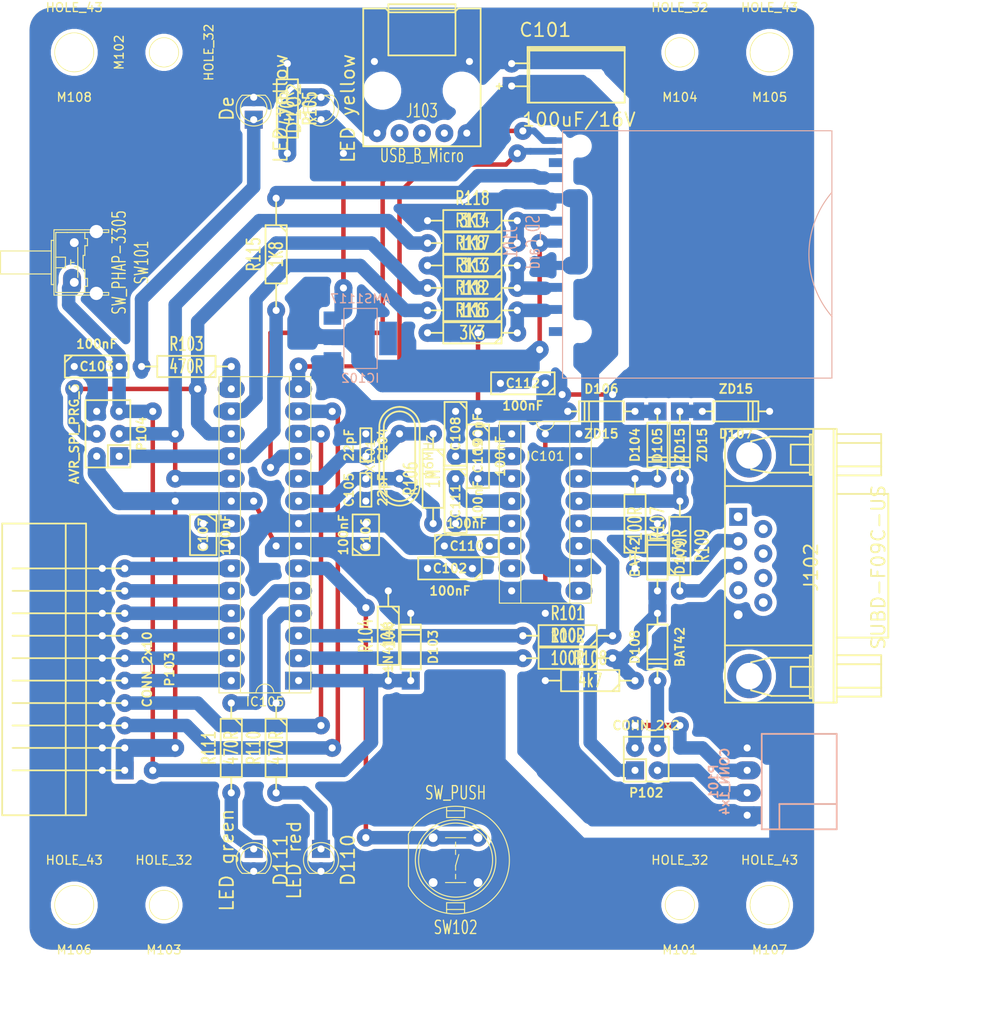
<source format=kicad_pcb>
(kicad_pcb (version 20171130) (host pcbnew "(5.1.5)-3")
  (title_block (date "10 feb 2017"))
  (layers (0 F.Cu signal) (31 B.Cu signal) (34 B.Paste user hide) (35 F.Paste user hide) (36 B.SilkS user) (37 F.SilkS user) (38 B.Mask user) (39 F.Mask user) (44 Edge.Cuts user))
  (net 0 "")
  (net 1 GND)
  (net 2 /RESET)
  (net 3 +5V)
  (net 4 /XTAL2)
  (net 5 /XTAL1)
  (net 6 /AREF)
  (net 7 /SCK)
  (net 8 /MISO)
  (net 9 /MOSI)
  (net 10 /TXD)
  (net 11 /RXD)
  (net 12 /RX)
  (net 13 /TX)
  (net 14 "Net-(C108-Pad2)")
  (net 15 "Net-(C109-Pad2)")
  (net 16 "Net-(C109-Pad1)")
  (net 17 "Net-(C110-Pad2)")
  (net 18 "Net-(C111-Pad2)")
  (net 19 "Net-(C111-Pad1)")
  (net 20 "Net-(D104-Pad2)")
  (net 21 "Net-(D104-Pad1)")
  (net 22 "Net-(D105-Pad1)")
  (net 23 /PC5)
  (net 24 /PC4)
  (net 25 /PD7)
  (net 26 /PC3)
  (net 27 /PD6)
  (net 28 /PC2)
  (net 29 /PC1)
  (net 30 /PC0)
  (net 31 /CS)
  (net 32 /RX_TTL)
  (net 33 /TX_TTL)
  (net 34 "Net-(D101-Pad1)")
  (net 35 "Net-(D105-Pad2)")
  (net 36 /DEBUG_LED)
  (net 37 "Net-(D108-Pad2)")
  (net 38 "Net-(D108-Pad1)")
  (net 39 /RX_OUT)
  (net 40 "Net-(D110-Pad1)")
  (net 41 "Net-(D111-Pad1)")
  (net 42 /TX_IN)
  (net 43 /BTN)
  (net 44 /LEG_G)
  (net 45 /LED_R)
  (net 46 +3.3V)
  (net 47 /WP)
  (net 48 /CD)
  (net 49 "Net-(D102-Pad2)")
  (net 50 "Net-(J101-Pad7)")
  (net 51 "Net-(J101-Pad5)")
  (net 52 "Net-(J101-Pad2)")
  (net 53 "Net-(J101-Pad1)")
  (module Resistors_THT:R4-5 (layer F.Cu) (at 139.7 73.66 270)
    (fp_text reference R115 (at 0 2.54 90) (layer F.SilkS) (effects (font (size 1.5 1) (thickness 0.2))))
    (fp_text value 1K8 (at 0 0 90) (layer F.SilkS) (effects (font (size 1.5 1) (thickness 0.2))))
    (pad 2 thru_hole circle (at 6.35 0 270) (size 2.032 2.032) (drill 0.8) (layers *.Cu *.Mask) (net 8 /MISO))
    (pad 1 thru_hole circle (at -6.35 0 270) (size 2.032 2.032) (drill 0.8) (layers *.Cu *.Mask) (net 50 "Net-(J101-Pad7)"))
  )
  (module Mounting_Holes:HOLE_32 (layer F.Cu) (at 185.42 147.32 180)
    (fp_text reference M101 (at 0 -5.08) (layer F.SilkS))
    (fp_text value HOLE_32 (at 0 5.08) (layer F.SilkS))
    (pad "" np_thru_hole circle (at 0 0 180) (size 3.2 3.2) (drill 3.2) (layers *.Cu *.Mask))
  )
  (module Resistors_THT:R4 (layer F.Cu) (at 161.925 69.85 180)
    (fp_text reference R118 (at 0 2.54) (layer F.SilkS) (effects (font (size 1.5 1) (thickness 0.2))))
    (fp_text value 3K3 (at 0 0) (layer F.SilkS) (effects (font (size 1.5 1) (thickness 0.2))))
    (pad 2 thru_hole circle (at 5.08 0 180) (size 2.032 2.032) (drill 0.8) (layers *.Cu *.Mask) (net 1 GND))
    (pad 1 thru_hole circle (at -5.08 0 180) (size 2.032 2.032) (drill 0.8) (layers *.Cu *.Mask) (net 51 "Net-(J101-Pad5)"))
  )
  (module Resistors_THT:R4 (layer F.Cu) (at 161.925 74.93 180)
    (fp_text reference R117 (at 0 2.54) (layer F.SilkS) (effects (font (size 1.5 1) (thickness 0.2))))
    (fp_text value 3K3 (at 0 0) (layer F.SilkS) (effects (font (size 1.5 1) (thickness 0.2))))
    (pad 2 thru_hole circle (at 5.08 0 180) (size 2.032 2.032) (drill 0.8) (layers *.Cu *.Mask) (net 1 GND))
    (pad 1 thru_hole circle (at -5.08 0 180) (size 2.032 2.032) (drill 0.8) (layers *.Cu *.Mask) (net 52 "Net-(J101-Pad2)"))
  )
  (module Resistors_THT:R4 (layer F.Cu) (at 161.925 82.55 180)
    (fp_text reference R116 (at 0 2.54) (layer F.SilkS) (effects (font (size 1.5 1) (thickness 0.2))))
    (fp_text value 3K3 (at 0 0) (layer F.SilkS) (effects (font (size 1.5 1) (thickness 0.2))))
    (pad 2 thru_hole circle (at 5.08 0 180) (size 2.032 2.032) (drill 0.8) (layers *.Cu *.Mask) (net 1 GND))
    (pad 1 thru_hole circle (at -5.08 0 180) (size 2.032 2.032) (drill 0.8) (layers *.Cu *.Mask) (net 53 "Net-(J101-Pad1)"))
  )
  (module Resistors_THT:R4 (layer F.Cu) (at 161.925 72.39 180)
    (fp_text reference R114 (at 0 2.54) (layer F.SilkS) (effects (font (size 1.5 1) (thickness 0.2))))
    (fp_text value 1K8 (at 0 0) (layer F.SilkS) (effects (font (size 1.5 1) (thickness 0.2))))
    (pad 2 thru_hole circle (at 5.08 0 180) (size 2.032 2.032) (drill 0.8) (layers *.Cu *.Mask) (net 7 /SCK))
    (pad 1 thru_hole circle (at -5.08 0 180) (size 2.032 2.032) (drill 0.8) (layers *.Cu *.Mask) (net 51 "Net-(J101-Pad5)"))
  )
  (module Resistors_THT:R4 (layer F.Cu) (at 161.925 77.47 180)
    (fp_text reference R113 (at 0 2.54) (layer F.SilkS) (effects (font (size 1.5 1) (thickness 0.2))))
    (fp_text value 1K8 (at 0 0) (layer F.SilkS) (effects (font (size 1.5 1) (thickness 0.2))))
    (pad 2 thru_hole circle (at 5.08 0 180) (size 2.032 2.032) (drill 0.8) (layers *.Cu *.Mask) (net 9 /MOSI))
    (pad 1 thru_hole circle (at -5.08 0 180) (size 2.032 2.032) (drill 0.8) (layers *.Cu *.Mask) (net 52 "Net-(J101-Pad2)"))
  )
  (module Resistors_THT:R4 (layer F.Cu) (at 161.925 80.01 180)
    (fp_text reference R112 (at 0 2.54) (layer F.SilkS) (effects (font (size 1.5 1) (thickness 0.2))))
    (fp_text value 1K8 (at 0 0) (layer F.SilkS) (effects (font (size 1.5 1) (thickness 0.2))))
    (pad 2 thru_hole circle (at 5.08 0 180) (size 2.032 2.032) (drill 0.8) (layers *.Cu *.Mask) (net 31 /CS))
    (pad 1 thru_hole circle (at -5.08 0 180) (size 2.032 2.032) (drill 0.8) (layers *.Cu *.Mask) (net 53 "Net-(J101-Pad1)"))
  )
  (module Modules:USB-Micro-Connector (layer F.Cu) (at 156.21 59.944 180)
    (fp_text reference J103 (at 0 2.54) (layer F.SilkS) (effects (font (size 1.5 1))))
    (fp_text value USB_B_Micro (at 0 -2.54) (layer F.SilkS) (effects (font (size 1.5 1))))
    (pad 6 thru_hole rect (at 5.38 8.11 180) (size 2.032 2.032) (drill 0.8) (layers *.Cu *.Mask) (net 1 GND))
    (pad 6 thru_hole rect (at -5.38 8.11 180) (size 2.032 2.032) (drill 0.8) (layers *.Cu *.Mask) (net 1 GND))
    (pad 5 thru_hole circle (at 5.08 0 180) (size 2.032 2.032) (drill 0.8) (layers *.Cu *.Mask) (net 1 GND))
    (pad 4 thru_hole circle (at 2.54 0 180) (size 2.032 2.032) (drill 0.8) (layers *.Cu *.Mask))
    (pad 3 thru_hole circle (at 0 0 180) (size 2.032 2.032) (drill 0.8) (layers *.Cu *.Mask))
    (pad 2 thru_hole circle (at -2.54 0 180) (size 2.032 2.032) (drill 0.8) (layers *.Cu *.Mask))
    (pad 1 thru_hole circle (at -5.08 0 180) (size 2.032 2.032) (drill 0.8) (layers *.Cu *.Mask) (net 3 +5V))
    (pad "" np_thru_hole circle (at 4.5 4.81 180) (size 3.3 3.3) (drill 3.3) (layers *.Cu *.Mask))
    (pad "" np_thru_hole circle (at -4.5 4.81 180) (size 3.3 3.3) (drill 3.3) (layers *.Cu *.Mask))
  )
  (module Pin_Sockets:pinsocket_90_1x4 (layer B.Cu) (at 193.04 137.16 90)
    (fp_text reference P101 (at 3.81 -3.81 -90) (layer B.SilkS) (effects (font (thickness 0.2)) (justify mirror)))
    (fp_text value CONN_1x4 (at 3.81 -2.54 -90) (layer B.SilkS) (effects (font (thickness 0.2)) (justify mirror)))
    (pad 4 thru_hole oval (at 7.62 0 90) (size 2.032 3.048) (drill 0.8) (layers *.Cu *.Mask) (net 1 GND))
    (pad 3 thru_hole oval (at 5.08 0 90) (size 2.032 3.048) (drill 0.8) (layers *.Cu *.Mask) (net 33 /TX_TTL))
    (pad 2 thru_hole oval (at 2.54 0 90) (size 2.032 3.048) (drill 0.8) (layers *.Cu *.Mask) (net 32 /RX_TTL))
    (pad 1 thru_hole rect (at 0 0 90) (size 2.032 3.048) (drill 0.8) (layers *.Cu *.Mask) (net 3 +5V))
  )
  (module Connectors:DB9FC_US (layer F.Cu) (at 192.024 103.378 90)
    (fp_text reference J102 (at -5.715 8.255 90) (layer F.SilkS) (effects (font (size 1.524 1.524) (thickness 0.2))))
    (fp_text value SUBD-F09C-US (at -5.715 15.875 90) (layer F.SilkS) (effects (font (size 1.524 1.524) (thickness 0.2))))
    (pad "" thru_hole circle (at -18.03 1.27 90) (size 5 5) (drill 3) (layers *.Cu *.Mask))
    (pad "" thru_hole circle (at 6.95 1.27 90) (size 5 5) (drill 3) (layers *.Cu *.Mask))
    (pad 9 thru_hole oval (at -9.7 2.84 90) (size 2.032 2.032) (drill 1) (layers *.Cu *.Mask))
    (pad 8 thru_hole oval (at -6.92 2.84 90) (size 2.032 2.032) (drill 1) (layers *.Cu *.Mask))
    (pad 7 thru_hole oval (at -4.16 2.84 90) (size 2.032 2.032) (drill 1) (layers *.Cu *.Mask))
    (pad 6 thru_hole oval (at -1.38 2.84 90) (size 2.032 2.032) (drill 1) (layers *.Cu *.Mask))
    (pad 5 thru_hole oval (at -11.08 0 90) (size 2.032 2.032) (drill 1) (layers *.Cu *.Mask) (net 1 GND))
    (pad 4 thru_hole oval (at -8.31 0 90) (size 2.032 2.032) (drill 1) (layers *.Cu *.Mask))
    (pad 3 thru_hole oval (at -5.54 0 90) (size 2.032 2.032) (drill 1) (layers *.Cu *.Mask) (net 12 /RX))
    (pad 2 thru_hole oval (at -2.77 0 90) (size 2.032 2.032) (drill 1) (layers *.Cu *.Mask) (net 13 /TX))
    (pad 1 thru_hole rect (at 0 0 90) (size 2.032 2.032) (drill 1) (layers *.Cu *.Mask))
  )
  (module LEDs:LED_3mm_yellow (layer F.Cu) (at 144.78 57.15 90)
    (fp_text reference D102 (at 0 -3.048 90) (layer F.SilkS) (effects (font (size 1.524 1.524) (thickness 0.2))))
    (fp_text value "LED yellow" (at 0 3.048 90) (layer F.SilkS) (effects (font (size 1.524 1.524) (thickness 0.2))))
    (pad 2 thru_hole circle (at 1.27 0 90) (size 2.032 2.032) (drill 0.8) (layers *.Cu *.Mask) (net 49 "Net-(D102-Pad2)"))
    (pad 1 thru_hole rect (at -1.27 0 90) (size 2.032 2.032) (drill 0.8) (layers *.Cu *.Mask) (net 3 +5V))
  )
  (module LEDs:LED_3mm_yellow (layer F.Cu) (at 137.16 57.15 90)
    (fp_text reference De (at 0 -3.048 90) (layer F.SilkS) (effects (font (size 1.524 1.524) (thickness 0.2))))
    (fp_text value "LED yellow" (at 0 3.048 90) (layer F.SilkS) (effects (font (size 1.524 1.524) (thickness 0.2))))
    (pad 2 thru_hole circle (at 1.27 0 90) (size 2.032 2.032) (drill 0.8) (layers *.Cu *.Mask) (net 1 GND))
    (pad 1 thru_hole rect (at -1.27 0 90) (size 2.032 2.032) (drill 0.8) (layers *.Cu *.Mask) (net 34 "Net-(D101-Pad1)"))
  )
  (module Capacitors_THT:C2_WIMA_2.5x6.5 (layer F.Cu) (at 167.64 88.265 180)
    (fp_text reference C112 (at 0 0) (layer F.SilkS) (effects (font (thickness 0.2))))
    (fp_text value 100nF (at 0 -2.54) (layer F.SilkS) (effects (font (thickness 0.2))))
    (pad 2 thru_hole circle (at 2.54 0 180) (size 2.032 2.032) (drill 0.8) (layers *.Cu *.Mask) (net 46 +3.3V))
    (pad 1 thru_hole circle (at -2.54 0 180) (size 2.032 2.032) (drill 0.8) (layers *.Cu *.Mask) (net 1 GND))
  )
  (module Capacitors_THT:C2_WIMA_2.5x6.5 (layer F.Cu) (at 160.02 101.6 270)
    (fp_text reference C111 (at 0 0 90) (layer F.SilkS) (effects (font (thickness 0.2))))
    (fp_text value 100nF (at 0 -2.54 90) (layer F.SilkS) (effects (font (thickness 0.2))))
    (pad 2 thru_hole circle (at 2.54 0 270) (size 2.032 2.032) (drill 0.8) (layers *.Cu *.Mask) (net 18 "Net-(C111-Pad2)"))
    (pad 1 thru_hole circle (at -2.54 0 270) (size 2.032 2.032) (drill 0.8) (layers *.Cu *.Mask) (net 19 "Net-(C111-Pad1)"))
  )
  (module Capacitors_THT:C2_WIMA_2.5x6.5 (layer F.Cu) (at 161.29 106.68)
    (fp_text reference C110 (at 0 0) (layer F.SilkS) (effects (font (thickness 0.2))))
    (fp_text value 100nF (at 0 -2.54) (layer F.SilkS) (effects (font (thickness 0.2))))
    (pad 2 thru_hole circle (at 2.54 0) (size 2.032 2.032) (drill 0.8) (layers *.Cu *.Mask) (net 17 "Net-(C110-Pad2)"))
    (pad 1 thru_hole circle (at -2.54 0) (size 2.032 2.032) (drill 0.8) (layers *.Cu *.Mask) (net 1 GND))
  )
  (module Capacitors_THT:C2_WIMA_2.5x6.5 (layer F.Cu) (at 162.56 96.52 270)
    (fp_text reference C109 (at 0 0 90) (layer F.SilkS) (effects (font (thickness 0.2))))
    (fp_text value 100nF (at 0 -2.54 90) (layer F.SilkS) (effects (font (thickness 0.2))))
    (pad 2 thru_hole circle (at 2.54 0 270) (size 2.032 2.032) (drill 0.8) (layers *.Cu *.Mask) (net 15 "Net-(C109-Pad2)"))
    (pad 1 thru_hole circle (at -2.54 0 270) (size 2.032 2.032) (drill 0.8) (layers *.Cu *.Mask) (net 16 "Net-(C109-Pad1)"))
  )
  (module Capacitors_THT:C2_WIMA_2.5x6.5 (layer F.Cu) (at 160.02 93.98 270)
    (fp_text reference C108 (at 0 0 90) (layer F.SilkS) (effects (font (thickness 0.2))))
    (fp_text value 100nF (at 0 -2.54 90) (layer F.SilkS) (effects (font (thickness 0.2))))
    (pad 2 thru_hole circle (at 2.54 0 270) (size 2.032 2.032) (drill 0.8) (layers *.Cu *.Mask) (net 14 "Net-(C108-Pad2)"))
    (pad 1 thru_hole circle (at -2.54 0 270) (size 2.032 2.032) (drill 0.8) (layers *.Cu *.Mask) (net 1 GND))
  )
  (module Capacitors_THT:C2_WIMA_2.5x6.5 (layer F.Cu) (at 119.38 86.36)
    (fp_text reference C103 (at 0 0) (layer F.SilkS) (effects (font (thickness 0.2))))
    (fp_text value 100nF (at 0 -2.54) (layer F.SilkS) (effects (font (thickness 0.2))))
    (pad 2 thru_hole circle (at 2.54 0) (size 2.032 2.032) (drill 0.8) (layers *.Cu *.Mask) (net 2 /RESET))
    (pad 1 thru_hole circle (at -2.54 0) (size 2.032 2.032) (drill 0.8) (layers *.Cu *.Mask) (net 1 GND))
  )
  (module Capacitors_THT:C2_WIMA_2.5x6.5 (layer F.Cu) (at 159.385 109.22 180)
    (fp_text reference C102 (at 0 0) (layer F.SilkS) (effects (font (thickness 0.2))))
    (fp_text value 100nF (at 0 -2.54) (layer F.SilkS) (effects (font (thickness 0.2))))
    (pad 2 thru_hole circle (at 2.54 0 180) (size 2.032 2.032) (drill 0.8) (layers *.Cu *.Mask) (net 3 +5V))
    (pad 1 thru_hole circle (at -2.54 0 180) (size 2.032 2.032) (drill 0.8) (layers *.Cu *.Mask) (net 1 GND))
  )
  (module Pin_Headers:box_pinheader_90_2x10 (layer F.Cu) (at 122.555 132.08 90)
    (fp_text reference P103 (at 11.43 5.08 90) (layer F.SilkS) (effects (font (thickness 0.2))))
    (fp_text value CONN_2x10 (at 11.43 2.54 90) (layer F.SilkS) (effects (font (thickness 0.2))))
    (pad 20 thru_hole oval (at 22.86 -2.54 90) (size 2.032 2.032) (drill 0.8) (layers *.Cu *.Mask) (net 1 GND))
    (pad 19 thru_hole oval (at 22.86 0 90) (size 2.032 2.032) (drill 0.8) (layers *.Cu *.Mask) (net 30 /PC0))
    (pad 18 thru_hole oval (at 20.32 -2.54 90) (size 2.032 2.032) (drill 0.8) (layers *.Cu *.Mask) (net 1 GND))
    (pad 17 thru_hole oval (at 20.32 0 90) (size 2.032 2.032) (drill 0.8) (layers *.Cu *.Mask) (net 29 /PC1))
    (pad 16 thru_hole oval (at 17.78 -2.54 90) (size 2.032 2.032) (drill 0.8) (layers *.Cu *.Mask) (net 1 GND))
    (pad 15 thru_hole oval (at 17.78 0 90) (size 2.032 2.032) (drill 0.8) (layers *.Cu *.Mask) (net 28 /PC2))
    (pad 14 thru_hole oval (at 15.24 -2.54 90) (size 2.032 2.032) (drill 0.8) (layers *.Cu *.Mask) (net 1 GND))
    (pad 13 thru_hole oval (at 15.24 0 90) (size 2.032 2.032) (drill 0.8) (layers *.Cu *.Mask) (net 26 /PC3))
    (pad 12 thru_hole oval (at 12.7 -2.54 90) (size 2.032 2.032) (drill 0.8) (layers *.Cu *.Mask) (net 1 GND))
    (pad 11 thru_hole oval (at 12.7 0 90) (size 2.032 2.032) (drill 0.8) (layers *.Cu *.Mask) (net 24 /PC4))
    (pad 10 thru_hole oval (at 10.16 -2.54 90) (size 2.032 2.032) (drill 0.8) (layers *.Cu *.Mask) (net 1 GND))
    (pad 9 thru_hole oval (at 10.16 0 90) (size 2.032 2.032) (drill 0.8) (layers *.Cu *.Mask) (net 23 /PC5))
    (pad 8 thru_hole oval (at 7.62 -2.54 90) (size 2.032 2.032) (drill 0.8) (layers *.Cu *.Mask) (net 1 GND))
    (pad 7 thru_hole oval (at 7.62 0 90) (size 2.032 2.032) (drill 0.8) (layers *.Cu *.Mask) (net 27 /PD6))
    (pad 6 thru_hole oval (at 5.08 -2.54 90) (size 2.032 2.032) (drill 0.8) (layers *.Cu *.Mask) (net 1 GND))
    (pad 5 thru_hole oval (at 5.08 0 90) (size 2.032 2.032) (drill 0.8) (layers *.Cu *.Mask) (net 25 /PD7))
    (pad 4 thru_hole oval (at 2.54 -2.54 90) (size 2.032 2.032) (drill 0.8) (layers *.Cu *.Mask) (net 1 GND))
    (pad 3 thru_hole oval (at 2.54 0 90) (size 2.032 2.032) (drill 0.8) (layers *.Cu *.Mask) (net 3 +5V))
    (pad 2 thru_hole oval (at 0 -2.54 90) (size 2.032 2.032) (drill 0.8) (layers *.Cu *.Mask) (net 1 GND))
    (pad 1 thru_hole rect (at 0 0 90) (size 2.032 2.032) (drill 0.8) (layers *.Cu *.Mask) (net 3 +5V))
  )
  (module Components:SdCard_RSMT2MQ (layer B.Cu) (at 172.085 73.025 270)
    (fp_text reference J101 (at -0.74 5.83 90) (layer B.SilkS) (effects (font (size 1.5 1)) (justify mirror)))
    (fp_text value SD_Card (at -0.74 3.29 90) (layer B.SilkS) (effects (font (size 1.5 1)) (justify mirror)))
    (pad "" np_thru_hole circle (at 9.38 -2.05 270) (size 1.6 1.6) (drill 1.6) (layers *.Cu *.Mask))
    (pad "" np_thru_hole circle (at -11.62 -2.05 270) (size 1.6 1.6) (drill 1.6) (layers *.Cu *.Mask))
    (pad 13 smd rect (at 15.825 -27 270) (size 2 3) (layers B.Cu B.Paste B.Mask) (net 1 GND))
    (pad 12 smd rect (at -14.275 -27 270) (size 2 3) (layers B.Cu B.Paste B.Mask) (net 1 GND))
    (pad 10 smd rect (at -11.045 0.75 270) (size 0.7 1.5) (layers B.Cu B.Paste B.Mask) (net 48 /CD))
    (pad 11 smd rect (at -12.245 0.75 270) (size 0.7 1.5) (layers B.Cu B.Paste B.Mask) (net 47 /WP))
    (pad 9 smd rect (at 9.38 0.75 270) (size 1 1.5) (layers B.Cu B.Paste B.Mask))
    (pad 8 smd rect (at -9.745 0.75 270) (size 1 1.5) (layers B.Cu B.Paste B.Mask))
    (pad 7 smd rect (at -8.045 0.75 270) (size 1 1.5) (layers B.Cu B.Paste B.Mask) (net 50 "Net-(J101-Pad7)"))
    (pad 6 smd rect (at -5.62 0.75 270) (size 1 1.5) (layers B.Cu B.Paste B.Mask) (net 1 GND))
    (pad 5 smd rect (at -3.12 0.75 270) (size 1 1.5) (layers B.Cu B.Paste B.Mask) (net 51 "Net-(J101-Pad5)"))
    (pad 4 smd rect (at -0.62 0.75 270) (size 1 1.5) (layers B.Cu B.Paste B.Mask) (net 46 +3.3V))
    (pad 3 smd rect (at 1.88 0.75 270) (size 1 1.5) (layers B.Cu B.Paste B.Mask) (net 1 GND))
    (pad 2 smd rect (at 4.38 0.75 270) (size 1 1.5) (layers B.Cu B.Paste B.Mask) (net 52 "Net-(J101-Pad2)"))
    (pad 1 smd rect (at 6.88 0.75 270) (size 1 1.5) (layers B.Cu B.Paste B.Mask) (net 53 "Net-(J101-Pad1)"))
  )
  (module Resistors_THT:R4 (layer F.Cu) (at 140.97 57.15 90)
    (fp_text reference R105 (at 0 2.54 90) (layer F.SilkS) (effects (font (size 1.5 1) (thickness 0.2))))
    (fp_text value 470R (at 0 0 90) (layer F.SilkS) (effects (font (size 1.5 1) (thickness 0.2))))
    (pad 2 thru_hole circle (at 5.08 0 90) (size 2.032 2.032) (drill 0.8) (layers *.Cu *.Mask) (net 1 GND))
    (pad 1 thru_hole circle (at -5.08 0 90) (size 2.032 2.032) (drill 0.8) (layers *.Cu *.Mask) (net 49 "Net-(D102-Pad2)"))
  )
  (module TO_SOT_Packages_SMD:SOT-223 (layer B.Cu) (at 149.225 83.185)
    (fp_text reference IC102 (at 0 4.5) (layer B.SilkS) (effects (justify mirror)))
    (fp_text value AMS1117 (at 0 -4.5) (layer B.SilkS) (effects (justify mirror)))
    (pad 4 smd rect (at 3.15 0) (size 2 3.8) (layers B.Cu B.Paste B.Mask))
    (pad 2 smd rect (at -3.15 0) (size 2 1.5) (layers B.Cu B.Paste B.Mask) (net 46 +3.3V))
    (pad 3 smd rect (at -3.15 -2.3) (size 2 1.5) (layers B.Cu B.Paste B.Mask) (net 3 +5V))
    (pad 1 smd rect (at -3.15 2.3) (size 2 1.5) (layers B.Cu B.Paste B.Mask) (net 1 GND))
  )
  (module Mounting_Holes:HOLE_43 (layer F.Cu) (at 195.58 147.32 180)
    (fp_text reference M107 (at 0 -5.08) (layer F.SilkS))
    (fp_text value HOLE_43 (at 0 5.08) (layer F.SilkS))
    (pad "" np_thru_hole circle (at 0 0 180) (size 4.3 4.3) (drill 4.3) (layers *.Cu *.Mask))
  )
  (module Capacitors_THT:CP1HR_6.3x11 (layer F.Cu) (at 166.37 53.34)
    (fp_text reference C101 (at 3.81 -5.08) (layer F.SilkS) (effects (font (size 1.524 1.524) (thickness 0.2))))
    (fp_text value 100uF/16V (at 7.62 5.08) (layer F.SilkS) (effects (font (size 1.524 1.524) (thickness 0.2))))
    (pad 2 thru_hole circle (at 0 -1.27) (size 2.032 2.032) (drill 0.8) (layers *.Cu *.Mask) (net 1 GND))
    (pad 1 thru_hole rect (at 0 1.27) (size 2.032 2.032) (drill 0.8) (layers *.Cu *.Mask) (net 3 +5V))
  )
  (module Diodes_THT:D3 (layer F.Cu) (at 182.88 107.95 90)
    (fp_text reference D109 (at 0 2.54 90) (layer F.SilkS) (effects (font (thickness 0.2))))
    (fp_text value BAT42 (at 0 -2.54 90) (layer F.SilkS) (effects (font (thickness 0.2))))
    (pad 2 thru_hole circle (at 3.81 0 90) (size 2.032 2.032) (drill 0.8) (layers *.Cu *.Mask) (net 39 /RX_OUT))
    (pad 1 thru_hole rect (at -3.81 0 90) (size 2.032 2.032) (drill 0.8) (layers *.Cu *.Mask) (net 38 "Net-(D108-Pad1)"))
  )
  (module Diodes_THT:D3 (layer F.Cu) (at 182.88 118.11 270)
    (fp_text reference D108 (at 0 2.54 90) (layer F.SilkS) (effects (font (thickness 0.2))))
    (fp_text value BAT42 (at 0 -2.54 90) (layer F.SilkS) (effects (font (thickness 0.2))))
    (pad 2 thru_hole circle (at 3.81 0 270) (size 2.032 2.032) (drill 0.8) (layers *.Cu *.Mask) (net 37 "Net-(D108-Pad2)"))
    (pad 1 thru_hole rect (at -3.81 0 270) (size 2.032 2.032) (drill 0.8) (layers *.Cu *.Mask) (net 38 "Net-(D108-Pad1)"))
  )
  (module Diodes_THT:D3 (layer F.Cu) (at 191.77 91.44)
    (fp_text reference D107 (at 0 2.54) (layer F.SilkS) (effects (font (thickness 0.2))))
    (fp_text value ZD15 (at 0 -2.54) (layer F.SilkS) (effects (font (thickness 0.2))))
    (pad 2 thru_hole circle (at 3.81 0) (size 2.032 2.032) (drill 0.8) (layers *.Cu *.Mask) (net 1 GND))
    (pad 1 thru_hole rect (at -3.81 0) (size 2.032 2.032) (drill 0.8) (layers *.Cu *.Mask) (net 22 "Net-(D105-Pad1)"))
  )
  (module Diodes_THT:D3 (layer F.Cu) (at 176.53 91.44 180)
    (fp_text reference D106 (at 0 2.54) (layer F.SilkS) (effects (font (thickness 0.2))))
    (fp_text value ZD15 (at 0 -2.54) (layer F.SilkS) (effects (font (thickness 0.2))))
    (pad 2 thru_hole circle (at 3.81 0 180) (size 2.032 2.032) (drill 0.8) (layers *.Cu *.Mask) (net 1 GND))
    (pad 1 thru_hole rect (at -3.81 0 180) (size 2.032 2.032) (drill 0.8) (layers *.Cu *.Mask) (net 21 "Net-(D104-Pad1)"))
  )
  (module Diodes_THT:D3 (layer F.Cu) (at 185.42 95.25 270)
    (fp_text reference D105 (at 0 2.54 90) (layer F.SilkS) (effects (font (thickness 0.2))))
    (fp_text value ZD15 (at 0 -2.54 90) (layer F.SilkS) (effects (font (thickness 0.2))))
    (pad 2 thru_hole circle (at 3.81 0 270) (size 2.032 2.032) (drill 0.8) (layers *.Cu *.Mask) (net 35 "Net-(D105-Pad2)"))
    (pad 1 thru_hole rect (at -3.81 0 270) (size 2.032 2.032) (drill 0.8) (layers *.Cu *.Mask) (net 22 "Net-(D105-Pad1)"))
  )
  (module Diodes_THT:D3 (layer F.Cu) (at 182.88 95.25 270)
    (fp_text reference D104 (at 0 2.54 90) (layer F.SilkS) (effects (font (thickness 0.2))))
    (fp_text value ZD15 (at 0 -2.54 90) (layer F.SilkS) (effects (font (thickness 0.2))))
    (pad 2 thru_hole circle (at 3.81 0 270) (size 2.032 2.032) (drill 0.8) (layers *.Cu *.Mask) (net 20 "Net-(D104-Pad2)"))
    (pad 1 thru_hole rect (at -3.81 0 270) (size 2.032 2.032) (drill 0.8) (layers *.Cu *.Mask) (net 21 "Net-(D104-Pad1)"))
  )
  (module Diodes_THT:D3 (layer F.Cu) (at 154.94 118.11 90)
    (fp_text reference D103 (at 0 2.54 90) (layer F.SilkS) (effects (font (thickness 0.2))))
    (fp_text value 1N4148 (at 0 -2.54 90) (layer F.SilkS) (effects (font (thickness 0.2))))
    (pad 2 thru_hole circle (at 3.81 0 90) (size 2.032 2.032) (drill 0.8) (layers *.Cu *.Mask) (net 3 +5V))
    (pad 1 thru_hole rect (at -3.81 0 90) (size 2.032 2.032) (drill 0.8) (layers *.Cu *.Mask) (net 2 /RESET))
  )
  (module Buttons_Switches_THT:PHAP-3305B-8.35mm (layer F.Cu) (at 116.84 76.835 90)
    (fp_text reference SW101 (at 2.25 7.62 270) (layer F.SilkS) (effects (font (size 1.5 1))))
    (fp_text value SW_PHAP-3305 (at 2.25 5.08 270) (layer F.SilkS) (effects (font (size 1.5 1))))
    (pad 4 thru_hole oval (at -1.25 2.5 270) (size 3.048 3.048) (drill 1.5 (offset 0 -0.254)) (layers *.Cu *.Mask) (net 1 GND))
    (pad 3 thru_hole oval (at 5.75 2.5 270) (size 3.048 3.048) (drill 1.5 (offset 0 -0.254)) (layers *.Cu *.Mask) (net 1 GND))
    (pad 1 thru_hole oval (at 0 0 270) (size 3.048 2.032) (drill 1 (offset 0 0.254)) (layers *.Cu *.Mask) (net 2 /RESET))
    (pad 2 thru_hole oval (at 4.5 0 270) (size 3.048 2.032) (drill 1 (offset 0 0.254)) (layers *.Cu *.Mask) (net 1 GND))
  )
  (module Buttons_Switches_THT:DT6-grey (layer F.Cu) (at 160.02 142.24)
    (fp_text reference SW102 (at 0 7.62) (layer F.SilkS) (effects (font (size 1.5 1))))
    (fp_text value SW_PUSH (at 0 -7.62) (layer F.SilkS) (effects (font (size 1.5 1))))
    (pad 2 thru_hole circle (at 2.54 2.54 270) (size 2.032 2.032) (drill 1) (layers *.Cu *.Mask) (net 1 GND))
    (pad 1 thru_hole circle (at 2.54 -2.54 270) (size 2.032 2.032) (drill 1) (layers *.Cu *.Mask) (net 43 /BTN))
    (pad 1 thru_hole circle (at -2.54 -2.54 270) (size 2.032 2.032) (drill 1) (layers *.Cu *.Mask) (net 43 /BTN))
    (pad 2 thru_hole circle (at -2.54 2.54 270) (size 2.032 2.032) (drill 1) (layers *.Cu *.Mask) (net 1 GND))
  )
  (module Resistors_THT:R4 (layer F.Cu) (at 134.62 129.54 270)
    (fp_text reference R111 (at 0 2.54 90) (layer F.SilkS) (effects (font (size 1.5 1) (thickness 0.2))))
    (fp_text value 470R (at 0 0 90) (layer F.SilkS) (effects (font (size 1.5 1) (thickness 0.2))))
    (pad 2 thru_hole circle (at 5.08 0 270) (size 2.032 2.032) (drill 0.8) (layers *.Cu *.Mask) (net 41 "Net-(D111-Pad1)"))
    (pad 1 thru_hole circle (at -5.08 0 270) (size 2.032 2.032) (drill 0.8) (layers *.Cu *.Mask) (net 44 /LEG_G))
  )
  (module Resistors_THT:R4 (layer F.Cu) (at 139.7 129.54 270)
    (fp_text reference R110 (at 0 2.54 90) (layer F.SilkS) (effects (font (size 1.5 1) (thickness 0.2))))
    (fp_text value 470R (at 0 0 90) (layer F.SilkS) (effects (font (size 1.5 1) (thickness 0.2))))
    (pad 2 thru_hole circle (at 5.08 0 270) (size 2.032 2.032) (drill 0.8) (layers *.Cu *.Mask) (net 40 "Net-(D110-Pad1)"))
    (pad 1 thru_hole circle (at -5.08 0 270) (size 2.032 2.032) (drill 0.8) (layers *.Cu *.Mask) (net 45 /LED_R))
  )
  (module LEDs:LED_3mm_green (layer F.Cu) (at 137.16 142.24 270)
    (fp_text reference D111 (at 0 -3.048 90) (layer F.SilkS) (effects (font (size 1.524 1.524) (thickness 0.2))))
    (fp_text value "LED green" (at 0 3.048 90) (layer F.SilkS) (effects (font (size 1.524 1.524) (thickness 0.2))))
    (pad 2 thru_hole circle (at 1.27 0 270) (size 2.032 2.032) (drill 0.8) (layers *.Cu *.Mask) (net 1 GND))
    (pad 1 thru_hole rect (at -1.27 0 270) (size 2.032 2.032) (drill 0.8) (layers *.Cu *.Mask) (net 41 "Net-(D111-Pad1)"))
  )
  (module LEDs:LED_3mm_red (layer F.Cu) (at 144.78 142.24 270)
    (fp_text reference D110 (at 0 -3.048 90) (layer F.SilkS) (effects (font (size 1.524 1.524) (thickness 0.2))))
    (fp_text value "LED red" (at 0 3.048 90) (layer F.SilkS) (effects (font (size 1.524 1.524) (thickness 0.2))))
    (pad 2 thru_hole circle (at 1.27 0 270) (size 2.032 2.032) (drill 0.8) (layers *.Cu *.Mask) (net 1 GND))
    (pad 1 thru_hole rect (at -1.27 0 270) (size 2.032 2.032) (drill 0.8) (layers *.Cu *.Mask) (net 40 "Net-(D110-Pad1)"))
  )
  (module Housings_DIP:Socket_DIP-16_W7.62mm (layer F.Cu) (at 166.37 93.98)
    (fp_text reference IC101 (at 3.81 2.54) (layer F.SilkS))
    (fp_text value MAX3232)
    (pad 16 thru_hole oval (at 7.62 0) (size 3.048 2.032) (drill 0.8) (layers *.Cu *.Mask) (net 3 +5V))
    (pad 8 thru_hole oval (at 0 17.78) (size 3.048 2.032) (drill 0.8) (layers *.Cu *.Mask) (net 3 +5V))
    (pad 15 thru_hole oval (at 7.62 2.54) (size 3.048 2.032) (drill 0.8) (layers *.Cu *.Mask) (net 1 GND))
    (pad 7 thru_hole oval (at 0 15.24) (size 3.048 2.032) (drill 0.8) (layers *.Cu *.Mask))
    (pad 14 thru_hole oval (at 7.62 5.08) (size 3.048 2.032) (drill 0.8) (layers *.Cu *.Mask) (net 20 "Net-(D104-Pad2)"))
    (pad 6 thru_hole oval (at 0 12.7) (size 3.048 2.032) (drill 0.8) (layers *.Cu *.Mask) (net 17 "Net-(C110-Pad2)"))
    (pad 13 thru_hole oval (at 7.62 7.62) (size 3.048 2.032) (drill 0.8) (layers *.Cu *.Mask) (net 35 "Net-(D105-Pad2)"))
    (pad 5 thru_hole oval (at 0 10.16) (size 3.048 2.032) (drill 0.8) (layers *.Cu *.Mask) (net 18 "Net-(C111-Pad2)"))
    (pad 12 thru_hole oval (at 7.62 10.16) (size 3.048 2.032) (drill 0.8) (layers *.Cu *.Mask) (net 39 /RX_OUT))
    (pad 4 thru_hole oval (at 0 7.62) (size 3.048 2.032) (drill 0.8) (layers *.Cu *.Mask) (net 19 "Net-(C111-Pad1)"))
    (pad 11 thru_hole oval (at 7.62 12.7) (size 3.048 2.032) (drill 0.8) (layers *.Cu *.Mask) (net 42 /TX_IN))
    (pad 3 thru_hole oval (at 0 5.08) (size 3.048 2.032) (drill 0.8) (layers *.Cu *.Mask) (net 15 "Net-(C109-Pad2)"))
    (pad 10 thru_hole oval (at 7.62 15.24) (size 3.048 2.032) (drill 0.8) (layers *.Cu *.Mask) (net 1 GND))
    (pad 2 thru_hole oval (at 0 2.54) (size 3.048 2.032) (drill 0.8) (layers *.Cu *.Mask) (net 14 "Net-(C108-Pad2)"))
    (pad 9 thru_hole oval (at 7.62 17.78) (size 3.048 2.032) (drill 0.8) (layers *.Cu *.Mask))
    (pad 1 thru_hole rect (at 0 0) (size 3.048 2.032) (drill 0.8) (layers *.Cu *.Mask) (net 16 "Net-(C109-Pad1)"))
  )
  (module Resistors_THT:R4 (layer F.Cu) (at 185.42 106.68 90)
    (fp_text reference R109 (at 0 2.54 90) (layer F.SilkS) (effects (font (size 1.5 1) (thickness 0.2))))
    (fp_text value 470R (at 0 0 90) (layer F.SilkS) (effects (font (size 1.5 1) (thickness 0.2))))
    (pad 2 thru_hole circle (at 5.08 0 90) (size 2.032 2.032) (drill 0.8) (layers *.Cu *.Mask) (net 35 "Net-(D105-Pad2)"))
    (pad 1 thru_hole circle (at -5.08 0 90) (size 2.032 2.032) (drill 0.8) (layers *.Cu *.Mask) (net 12 /RX))
  )
  (module Resistors_THT:R4 (layer F.Cu) (at 175.26 121.92 180)
    (fp_text reference R108 (at 0 2.54) (layer F.SilkS) (effects (font (size 1.5 1) (thickness 0.2))))
    (fp_text value 4k7 (at 0 0) (layer F.SilkS) (effects (font (size 1.5 1) (thickness 0.2))))
    (pad 2 thru_hole circle (at 5.08 0 180) (size 2.032 2.032) (drill 0.8) (layers *.Cu *.Mask) (net 3 +5V))
    (pad 1 thru_hole circle (at -5.08 0 180) (size 2.032 2.032) (drill 0.8) (layers *.Cu *.Mask) (net 38 "Net-(D108-Pad1)"))
  )
  (module Resistors_THT:R4 (layer F.Cu) (at 180.34 104.14 90)
    (fp_text reference R107 (at 0 2.54 90) (layer F.SilkS) (effects (font (size 1.5 1) (thickness 0.2))))
    (fp_text value 100R (at 0 0 90) (layer F.SilkS) (effects (font (size 1.5 1) (thickness 0.2))))
    (pad 2 thru_hole circle (at 5.08 0 90) (size 2.032 2.032) (drill 0.8) (layers *.Cu *.Mask) (net 20 "Net-(D104-Pad2)"))
    (pad 1 thru_hole circle (at -5.08 0 90) (size 2.032 2.032) (drill 0.8) (layers *.Cu *.Mask) (net 13 /TX))
  )
  (module Mounting_Holes:HOLE_43 (layer F.Cu) (at 116.84 50.8 180)
    (fp_text reference M108 (at 0 -5.08) (layer F.SilkS))
    (fp_text value HOLE_43 (at 0 5.08) (layer F.SilkS))
    (pad "" np_thru_hole circle (at 0 0 180) (size 4.3 4.3) (drill 4.3) (layers *.Cu *.Mask))
  )
  (module Mounting_Holes:HOLE_43 (layer F.Cu) (at 116.84 147.32 180)
    (fp_text reference M106 (at 0 -5.08) (layer F.SilkS))
    (fp_text value HOLE_43 (at 0 5.08) (layer F.SilkS))
    (pad "" np_thru_hole circle (at 0 0 180) (size 4.299999 4.299999) (drill 4.299999) (layers *.Cu *.Mask))
  )
  (module Mounting_Holes:HOLE_43 (layer F.Cu) (at 195.58 50.8 180)
    (fp_text reference M105 (at 0 -5.08) (layer F.SilkS))
    (fp_text value HOLE_43 (at 0 5.08) (layer F.SilkS))
    (pad "" np_thru_hole circle (at 0 0 180) (size 4.3 4.3) (drill 4.3) (layers *.Cu *.Mask))
  )
  (module Mounting_Holes:HOLE_32 (layer F.Cu) (at 185.42 50.8 180)
    (fp_text reference M104 (at 0 -5.08) (layer F.SilkS))
    (fp_text value HOLE_32 (at 0 5.08) (layer F.SilkS))
    (pad "" np_thru_hole circle (at 0 0 180) (size 3.2 3.2) (drill 3.2) (layers *.Cu *.Mask))
  )
  (module Mounting_Holes:HOLE_32 (layer F.Cu) (at 127 147.32 180)
    (fp_text reference M103 (at 0 -5.08) (layer F.SilkS))
    (fp_text value HOLE_32 (at 0 5.08) (layer F.SilkS))
    (pad "" np_thru_hole circle (at 0 0 180) (size 3.2 3.2) (drill 3.2) (layers *.Cu *.Mask))
  )
  (module Mounting_Holes:HOLE_32 (layer F.Cu) (at 127 50.8 90)
    (fp_text reference M102 (at 0 -5.08 90) (layer F.SilkS))
    (fp_text value HOLE_32 (at 0 5.08 90) (layer F.SilkS))
    (pad "" np_thru_hole circle (at 0 0 90) (size 3.2 3.2) (drill 3.2) (layers *.Cu *.Mask))
  )
  (module Resistors_THT:R4 (layer F.Cu) (at 172.72 116.84 180)
    (fp_text reference R101 (at 0 2.54) (layer F.SilkS) (effects (font (size 1.5 1) (thickness 0.2))))
    (fp_text value 100R (at 0 0) (layer F.SilkS) (effects (font (size 1.5 1) (thickness 0.2))))
    (pad 2 thru_hole circle (at 5.08 0 180) (size 2.032 2.032) (drill 0.8) (layers *.Cu *.Mask) (net 10 /TXD))
    (pad 1 thru_hole circle (at -5.08 0 180) (size 2.032 2.032) (drill 0.8) (layers *.Cu *.Mask) (net 42 /TX_IN))
  )
  (module Resistors_THT:R4 (layer F.Cu) (at 157.48 99.06 270)
    (fp_text reference R106 (at 0 2.54 90) (layer F.SilkS) (effects (font (size 1.5 1) (thickness 0.2))))
    (fp_text value 1M (at 0 0 90) (layer F.SilkS) (effects (font (size 1.5 1) (thickness 0.2))))
    (pad 2 thru_hole circle (at 5.08 0 270) (size 2.032 2.032) (drill 0.8) (layers *.Cu *.Mask) (net 5 /XTAL1))
    (pad 1 thru_hole circle (at -5.08 0 270) (size 2.032 2.032) (drill 0.8) (layers *.Cu *.Mask) (net 4 /XTAL2))
  )
  (module Resistors_THT:R4 (layer F.Cu) (at 129.54 86.36 180)
    (fp_text reference R103 (at 0 2.54) (layer F.SilkS) (effects (font (size 1.5 1) (thickness 0.2))))
    (fp_text value 470R (at 0 0) (layer F.SilkS) (effects (font (size 1.5 1) (thickness 0.2))))
    (pad 2 thru_hole circle (at 5.08 0 180) (size 2.032 2.032) (drill 0.8) (layers *.Cu *.Mask) (net 34 "Net-(D101-Pad1)"))
    (pad 1 thru_hole circle (at -5.08 0 180) (size 2.032 2.032) (drill 0.8) (layers *.Cu *.Mask) (net 36 /DEBUG_LED))
  )
  (module Resistors_THT:R4 (layer F.Cu) (at 172.72 119.38 180)
    (fp_text reference R102 (at 0 2.54) (layer F.SilkS) (effects (font (size 1.5 1) (thickness 0.2))))
    (fp_text value 100R (at 0 0) (layer F.SilkS) (effects (font (size 1.5 1) (thickness 0.2))))
    (pad 2 thru_hole circle (at 5.08 0 180) (size 2.032 2.032) (drill 0.8) (layers *.Cu *.Mask) (net 11 /RXD))
    (pad 1 thru_hole circle (at -5.08 0 180) (size 2.032 2.032) (drill 0.8) (layers *.Cu *.Mask) (net 38 "Net-(D108-Pad1)"))
  )
  (module Pin_Headers:pinheader_2x2 (layer F.Cu) (at 180.34 132.08)
    (fp_text reference P102 (at 1.27 2.54) (layer F.SilkS) (effects (font (thickness 0.2))))
    (fp_text value CONN_2x2 (at 1.27 -5.08) (layer F.SilkS) (effects (font (thickness 0.2))))
    (pad 4 thru_hole oval (at 2.54 -2.54) (size 2.032 2.032) (drill 0.8) (layers *.Cu *.Mask) (net 37 "Net-(D108-Pad2)"))
    (pad 3 thru_hole oval (at 2.54 0) (size 2.032 2.032) (drill 0.8) (layers *.Cu *.Mask) (net 32 /RX_TTL))
    (pad 2 thru_hole oval (at 0 -2.54) (size 2.032 2.032) (drill 0.8) (layers *.Cu *.Mask) (net 33 /TX_TTL))
    (pad 1 thru_hole rect (at 0 0) (size 2.032 2.032) (drill 0.8) (layers *.Cu *.Mask) (net 42 /TX_IN))
  )
  (module Crystals:HC-49SV (layer F.Cu) (at 153.67 96.52 270)
    (fp_text reference X101 (at 0 3.302 90) (layer F.SilkS))
    (fp_text value 16MHz (at 0 -3.302 90) (layer F.SilkS))
    (pad 2 thru_hole circle (at 2.54 0 270) (size 2.032 2.032) (drill 0.8) (layers *.Cu *.Mask) (net 5 /XTAL1))
    (pad 1 thru_hole circle (at -2.54 0 270) (size 2.032 2.032) (drill 0.8) (layers *.Cu *.Mask) (net 4 /XTAL2))
  )
  (module Resistors_THT:R4 (layer F.Cu) (at 152.4 116.84 270)
    (fp_text reference R104 (at 0 2.54 90) (layer F.SilkS) (effects (font (size 1.5 1) (thickness 0.2))))
    (fp_text value 10K (at 0 0 90) (layer F.SilkS) (effects (font (size 1.5 1) (thickness 0.2))))
    (pad 2 thru_hole circle (at 5.08 0 270) (size 2.032 2.032) (drill 0.8) (layers *.Cu *.Mask) (net 2 /RESET))
    (pad 1 thru_hole circle (at -5.08 0 270) (size 2.032 2.032) (drill 0.8) (layers *.Cu *.Mask) (net 3 +5V))
  )
  (module Pin_Headers:pinheader_2x3 (layer F.Cu) (at 121.92 96.52 90)
    (fp_text reference P104 (at 2.54 2.54 90) (layer F.SilkS) (effects (font (thickness 0.2))))
    (fp_text value AVR_SPI_PRG_6 (at 2.54 -5.08 90) (layer F.SilkS) (effects (font (thickness 0.2))))
    (pad 6 thru_hole oval (at 5.08 -2.54 90) (size 2.032 2.032) (drill 0.8) (layers *.Cu *.Mask) (net 1 GND))
    (pad 5 thru_hole oval (at 5.08 0 90) (size 2.032 2.032) (drill 0.8) (layers *.Cu *.Mask) (net 2 /RESET))
    (pad 4 thru_hole oval (at 2.54 -2.54 90) (size 2.032 2.032) (drill 0.8) (layers *.Cu *.Mask) (net 9 /MOSI))
    (pad 3 thru_hole oval (at 2.54 0 90) (size 2.032 2.032) (drill 0.8) (layers *.Cu *.Mask) (net 7 /SCK))
    (pad 2 thru_hole oval (at 0 -2.54 90) (size 2.032 2.032) (drill 0.8) (layers *.Cu *.Mask) (net 3 +5V))
    (pad 1 thru_hole rect (at 0 0 90) (size 2.032 2.032) (drill 0.8) (layers *.Cu *.Mask) (net 8 /MISO))
  )
  (module Housings_DIP:Socket_DIP-28_W7.62mm (layer F.Cu) (at 142.24 121.92 180)
    (fp_text reference IC105 (at 3.81 -2.39) (layer F.SilkS))
    (fp_text value ATmega328P-PU)
    (pad 28 thru_hole oval (at 7.62 0 180) (size 3.048 2.032) (drill 0.8) (layers *.Cu *.Mask) (net 23 /PC5))
    (pad 14 thru_hole oval (at 0 33.02 180) (size 3.048 2.032) (drill 0.8) (layers *.Cu *.Mask) (net 48 /CD))
    (pad 27 thru_hole oval (at 7.62 2.54 180) (size 3.048 2.032) (drill 0.8) (layers *.Cu *.Mask) (net 24 /PC4))
    (pad 13 thru_hole oval (at 0 30.48 180) (size 3.048 2.032) (drill 0.8) (layers *.Cu *.Mask) (net 25 /PD7))
    (pad 26 thru_hole oval (at 7.62 5.08 180) (size 3.048 2.032) (drill 0.8) (layers *.Cu *.Mask) (net 26 /PC3))
    (pad 12 thru_hole oval (at 0 27.94 180) (size 3.048 2.032) (drill 0.8) (layers *.Cu *.Mask) (net 27 /PD6))
    (pad 25 thru_hole oval (at 7.62 7.62 180) (size 3.048 2.032) (drill 0.8) (layers *.Cu *.Mask) (net 28 /PC2))
    (pad 11 thru_hole oval (at 0 25.4 180) (size 3.048 2.032) (drill 0.8) (layers *.Cu *.Mask) (net 47 /WP))
    (pad 24 thru_hole oval (at 7.62 10.16 180) (size 3.048 2.032) (drill 0.8) (layers *.Cu *.Mask) (net 29 /PC1))
    (pad 10 thru_hole oval (at 0 22.86 180) (size 3.048 2.032) (drill 0.8) (layers *.Cu *.Mask) (net 4 /XTAL2))
    (pad 23 thru_hole oval (at 7.62 12.7 180) (size 3.048 2.032) (drill 0.8) (layers *.Cu *.Mask) (net 30 /PC0))
    (pad 9 thru_hole oval (at 0 20.32 180) (size 3.048 2.032) (drill 0.8) (layers *.Cu *.Mask) (net 5 /XTAL1))
    (pad 22 thru_hole oval (at 7.62 15.24 180) (size 3.048 2.032) (drill 0.8) (layers *.Cu *.Mask) (net 1 GND))
    (pad 8 thru_hole oval (at 0 17.78 180) (size 3.048 2.032) (drill 0.8) (layers *.Cu *.Mask) (net 1 GND))
    (pad 21 thru_hole oval (at 7.62 17.78 180) (size 3.048 2.032) (drill 0.8) (layers *.Cu *.Mask) (net 6 /AREF))
    (pad 7 thru_hole oval (at 0 15.24 180) (size 3.048 2.032) (drill 0.8) (layers *.Cu *.Mask) (net 3 +5V))
    (pad 20 thru_hole oval (at 7.62 20.32 180) (size 3.048 2.032) (drill 0.8) (layers *.Cu *.Mask) (net 3 +5V))
    (pad 6 thru_hole oval (at 0 12.7 180) (size 3.048 2.032) (drill 0.8) (layers *.Cu *.Mask) (net 43 /BTN))
    (pad 19 thru_hole oval (at 7.62 22.86 180) (size 3.048 2.032) (drill 0.8) (layers *.Cu *.Mask) (net 7 /SCK))
    (pad 5 thru_hole oval (at 0 10.16 180) (size 3.048 2.032) (drill 0.8) (layers *.Cu *.Mask) (net 44 /LEG_G))
    (pad 18 thru_hole oval (at 7.62 25.4 180) (size 3.048 2.032) (drill 0.8) (layers *.Cu *.Mask) (net 8 /MISO))
    (pad 4 thru_hole oval (at 0 7.62 180) (size 3.048 2.032) (drill 0.8) (layers *.Cu *.Mask) (net 45 /LED_R))
    (pad 17 thru_hole oval (at 7.62 27.94 180) (size 3.048 2.032) (drill 0.8) (layers *.Cu *.Mask) (net 9 /MOSI))
    (pad 3 thru_hole oval (at 0 5.08 180) (size 3.048 2.032) (drill 0.8) (layers *.Cu *.Mask) (net 10 /TXD))
    (pad 16 thru_hole oval (at 7.62 30.48 180) (size 3.048 2.032) (drill 0.8) (layers *.Cu *.Mask) (net 31 /CS))
    (pad 2 thru_hole oval (at 0 2.54 180) (size 3.048 2.032) (drill 0.8) (layers *.Cu *.Mask) (net 11 /RXD))
    (pad 15 thru_hole oval (at 7.62 33.02 180) (size 3.048 2.032) (drill 0.8) (layers *.Cu *.Mask) (net 36 /DEBUG_LED))
    (pad 1 thru_hole rect (at 0 0 180) (size 3.048 2.032) (drill 0.8) (layers *.Cu *.Mask) (net 2 /RESET))
  )
  (module Capacitors_THT:C1_WIMA_3x7.5 (layer F.Cu) (at 131.445 105.41 270)
    (fp_text reference C107 (at 0 0 90) (layer F.SilkS) (effects (font (thickness 0.2))))
    (fp_text value 100nF (at 0 -2.54 90) (layer F.SilkS) (effects (font (thickness 0.2))))
    (pad 2 thru_hole circle (at 1.27 0 270) (size 2.032 2.032) (drill 0.8) (layers *.Cu *.Mask) (net 1 GND))
    (pad 1 thru_hole circle (at -1.27 0 270) (size 2.032 2.032) (drill 0.8) (layers *.Cu *.Mask) (net 6 /AREF))
  )
  (module Capacitors_THT:C1_WIMA_3x7.5 (layer F.Cu) (at 149.86 105.41 90)
    (fp_text reference C106 (at 0 0 90) (layer F.SilkS) (effects (font (thickness 0.2))))
    (fp_text value 100nF (at 0 -2.54 90) (layer F.SilkS) (effects (font (thickness 0.2))))
    (pad 2 thru_hole circle (at 1.27 0 90) (size 2.032 2.032) (drill 0.8) (layers *.Cu *.Mask) (net 1 GND))
    (pad 1 thru_hole circle (at -1.27 0 90) (size 2.032 2.032) (drill 0.8) (layers *.Cu *.Mask) (net 3 +5V))
  )
  (module Capacitors_THT:C1D3_CER (layer F.Cu) (at 149.86 100.33 270)
    (fp_text reference C105 (at 0 1.905 90) (layer F.SilkS) (effects (font (thickness 0.2))))
    (fp_text value 22pF (at 0 -1.905 90) (layer F.SilkS) (effects (font (thickness 0.2))))
    (pad 2 thru_hole circle (at 1.27 0 270) (size 2.032 2.032) (drill 0.8) (layers *.Cu *.Mask) (net 1 GND))
    (pad 1 thru_hole circle (at -1.27 0 270) (size 2.032 2.032) (drill 0.8) (layers *.Cu *.Mask) (net 5 /XTAL1))
  )
  (module Capacitors_THT:C1D3_CER (layer F.Cu) (at 149.86 95.25 90)
    (fp_text reference C104 (at 0 1.905 90) (layer F.SilkS) (effects (font (thickness 0.2))))
    (fp_text value 22pF (at 0 -1.905 90) (layer F.SilkS) (effects (font (thickness 0.2))))
    (pad 2 thru_hole circle (at 1.27 0 90) (size 2.032 2.032) (drill 0.8) (layers *.Cu *.Mask) (net 1 GND))
    (pad 1 thru_hole circle (at -1.27 0 90) (size 2.032 2.032) (drill 0.8) (layers *.Cu *.Mask) (net 4 /XTAL2))
  )
  (gr_arc (start 198.12 149.86) (end 198.12 152.4) (angle -90) (layer Edge.Cuts) (width 0.02))
  (gr_arc (start 114.3 149.86) (end 111.76 149.86) (angle -90) (layer Edge.Cuts) (width 0.02))
  (gr_arc (start 114.3 48.26) (end 114.3 45.72) (angle -90) (layer Edge.Cuts) (width 0.02))
  (gr_arc (start 198.12 48.26) (end 200.66 48.26) (angle -90) (layer Edge.Cuts) (width 0.02))
  (gr_line (start 200.66 149.86) (end 200.66 48.26) (layer Edge.Cuts) (width 0.02))
  (gr_line (start 114.3 152.4) (end 198.12 152.4) (layer Edge.Cuts) (width 0.02))
  (gr_line (start 111.76 149.86) (end 111.76 48.26) (layer Edge.Cuts) (width 0.02))
  (gr_line (start 198.12 45.72) (end 114.3 45.72) (layer Edge.Cuts) (width 0.02))
  (segment (start 134.62 106.68) (end 131.445 106.68) (width 2.032) (layer B.Cu) (net 1))
  (segment (start 116.84 108.585) (end 116.84 106.68) (width 2.032) (layer B.Cu) (net 1))
  (segment (start 131.445 106.68) (end 116.84 106.68) (width 2.032) (layer B.Cu) (net 1))
  (segment (start 149.86 104.14) (end 142.24 104.14) (width 2.032) (layer B.Cu) (net 1))
  (segment (start 149.86 104.14) (end 149.86 101.6) (width 2.032) (layer B.Cu) (net 1))
  (segment (start 172.214532 96.52) (end 173.99 96.52) (width 2.032) (layer B.Cu) (net 1))
  (segment (start 173.99 109.22) (end 170.815 109.22) (width 2.032) (layer B.Cu) (net 1))
  (segment (start 170.815 97.919532) (end 172.214532 96.52) (width 2.032) (layer B.Cu) (net 1))
  (segment (start 170.815 109.22) (end 170.815 97.919532) (width 2.032) (layer B.Cu) (net 1))
  (segment (start 157.48 144.78) (end 157.48 149.225) (width 2.032) (layer B.Cu) (net 1))
  (segment (start 137.16 143.51) (end 137.16 150.495) (width 2.032) (layer B.Cu) (net 1))
  (segment (start 137.16 47.625) (end 136.525 47.625) (width 2.032) (layer B.Cu) (net 1))
  (segment (start 133.985 47.625) (end 137.16 47.625) (width 2.032) (layer B.Cu) (net 1))
  (segment (start 195.58 91.44) (end 198.755 91.44) (width 2.032) (layer B.Cu) (net 1))
  (segment (start 198.755 91.44) (end 198.755 116.205) (width 2.032) (layer B.Cu) (net 1))
  (segment (start 162.56 144.78) (end 162.56 150.495) (width 2.032) (layer B.Cu) (net 1))
  (segment (start 144.78 149.86) (end 145.415 150.495) (width 2.032) (layer B.Cu) (net 1))
  (segment (start 144.78 143.51) (end 144.78 149.86) (width 2.032) (layer B.Cu) (net 1))
  (segment (start 137.16 150.495) (end 145.415 150.495) (width 2.032) (layer B.Cu) (net 1))
  (segment (start 145.415 150.495) (end 162.56 150.495) (width 2.032) (layer B.Cu) (net 1))
  (segment (start 116.84 140.97) (end 116.84 109.22) (width 2.032) (layer B.Cu) (net 1))
  (segment (start 132.715 143.51) (end 136.525 143.51) (width 2.032) (layer B.Cu) (net 1))
  (segment (start 130.175 140.97) (end 132.715 143.51) (width 2.032) (layer B.Cu) (net 1))
  (segment (start 116.84 140.97) (end 130.175 140.97) (width 2.032) (layer B.Cu) (net 1))
  (segment (start 179.07 150.495) (end 162.56 150.495) (width 2.032) (layer B.Cu) (net 1))
  (segment (start 180.975 142.875) (end 179.07 144.78) (width 2.032) (layer B.Cu) (net 1))
  (segment (start 179.07 144.78) (end 179.07 150.495) (width 2.032) (layer B.Cu) (net 1))
  (segment (start 198.755 142.875) (end 180.975 142.875) (width 2.032) (layer B.Cu) (net 1))
  (segment (start 198.755 116.205) (end 198.755 142.24) (width 2.032) (layer B.Cu) (net 1))
  (segment (start 181.61 87.63) (end 181.61 72.39) (width 2.032) (layer B.Cu) (net 1))
  (segment (start 181.61 73.025) (end 181.61 56.515) (width 2.032) (layer B.Cu) (net 1))
  (segment (start 177.8 52.705) (end 177.8 47.625) (width 2.032) (layer B.Cu) (net 1))
  (segment (start 181.61 56.515) (end 177.8 52.705) (width 2.032) (layer B.Cu) (net 1))
  (segment (start 133.985 57.15) (end 133.985 47.625) (width 2.032) (layer B.Cu) (net 1))
  (segment (start 113.665 57.15) (end 133.985 57.15) (width 2.032) (layer B.Cu) (net 1))
  (segment (start 116.84 106.68) (end 113.665 106.68) (width 2.032) (layer B.Cu) (net 1))
  (segment (start 136.525 106.68) (end 135.255 106.68) (width 2.032) (layer B.Cu) (net 1))
  (segment (start 138.43 104.14) (end 136.525 106.68) (width 2.032) (layer B.Cu) (net 1))
  (segment (start 141.605 104.14) (end 138.43 104.14) (width 2.032) (layer B.Cu) (net 1))
  (segment (start 195.58 87.63) (end 195.58 91.44) (width 2.032) (layer B.Cu) (net 1))
  (segment (start 176.53 96.52) (end 177.8 95.25) (width 2.032) (layer B.Cu) (net 1))
  (segment (start 179.705 87.63) (end 195.58 87.63) (width 2.032) (layer B.Cu) (net 1))
  (segment (start 173.99 96.52) (end 176.53 96.52) (width 2.032) (layer B.Cu) (net 1))
  (segment (start 177.8 95.25) (end 177.8 89.535) (width 2.032) (layer B.Cu) (net 1))
  (segment (start 177.8 89.535) (end 179.705 87.63) (width 2.032) (layer B.Cu) (net 1))
  (segment (start 154.94 106.68) (end 152.4 104.14) (width 2.032) (layer B.Cu) (net 1))
  (segment (start 161.925 109.22) (end 158.75 106.68) (width 2.032) (layer B.Cu) (net 1))
  (segment (start 152.4 104.14) (end 149.86 104.14) (width 2.032) (layer B.Cu) (net 1))
  (segment (start 158.75 106.68) (end 154.94 106.68) (width 2.032) (layer B.Cu) (net 1))
  (via (at 162.56 82.55) (size 2.032) (drill 0.8) (layers F.Cu B.Cu) (net 1))
  (segment (start 149.86 91.44) (end 170.18 91.44) (width 2.032) (layer B.Cu) (net 1))
  (via (at 162.56 91.44) (size 2.032) (drill 0.8) (layers F.Cu B.Cu) (net 1))
  (segment (start 149.86 91.44) (end 149.86 93.98) (width 2.032) (layer B.Cu) (net 1))
  (segment (start 170.18 91.44) (end 172.72 91.44) (width 2.032) (layer B.Cu) (net 1))
  (segment (start 170.18 88.265) (end 170.18 91.44) (width 2.032) (layer B.Cu) (net 1))
  (segment (start 170.815 97.919532) (end 170.815 97.79) (width 2.032) (layer B.Cu) (net 1))
  (segment (start 170.18 91.44) (end 170.050461 91.44) (width 2.032) (layer B.Cu) (net 1))
  (segment (start 116.84 86.36) (end 113.665 86.36) (width 2.032) (layer B.Cu) (net 1))
  (segment (start 113.665 106.68) (end 113.665 86.36) (width 2.032) (layer B.Cu) (net 1))
  (segment (start 113.665 86.36) (end 113.665 57.15) (width 2.032) (layer B.Cu) (net 1))
  (segment (start 119.34 78.085) (end 119.34 71.085) (width 2.032) (layer B.Cu) (net 1))
  (segment (start 116.84 72.39) (end 113.665 72.39) (width 2.032) (layer B.Cu) (net 1))
  (segment (start 119.34 71.085) (end 116.84 72.39) (width 2.032) (layer B.Cu) (net 1))
  (segment (start 191.77 115.57) (end 191.77 114.3) (width 2.032) (layer B.Cu) (net 1))
  (segment (start 198.755 116.205) (end 192.405 116.205) (width 2.032) (layer B.Cu) (net 1))
  (segment (start 192.405 116.205) (end 191.77 115.57) (width 2.032) (layer B.Cu) (net 1))
  (segment (start 198.755 129.54) (end 193.04 129.54) (width 2.032) (layer B.Cu) (net 1))
  (via (at 177.8 89.535) (size 2.032) (drill 0.8) (layers F.Cu B.Cu) (net 1))
  (segment (start 172.085 89.535) (end 177.8 89.535) (width 0.508) (layer F.Cu) (net 1))
  (via (at 172.085 89.535) (size 2.032) (drill 0.8) (layers F.Cu B.Cu) (net 1))
  (segment (start 170.18 88.265) (end 172.085 89.535) (width 2.032) (layer B.Cu) (net 1))
  (segment (start 173.99 74.93) (end 173.101 74.93) (width 2.032) (layer B.Cu) (net 1))
  (segment (start 172.974 67.31) (end 173.99 67.31) (width 2.032) (layer B.Cu) (net 1))
  (segment (start 173.99 67.31) (end 173.99 74.93) (width 2.032) (layer B.Cu) (net 1))
  (segment (start 172.847 74.93) (end 171.45 74.93) (width 1.016) (layer B.Cu) (net 1))
  (segment (start 169.545 67.31) (end 172.72 67.31) (width 1.143) (layer B.Cu) (net 1))
  (segment (start 146.05 87.63) (end 149.86 91.44) (width 2.032) (layer B.Cu) (net 1))
  (segment (start 146.075 85.852) (end 146.05 87.63) (width 2.032) (layer B.Cu) (net 1))
  (segment (start 137.16 55.245) (end 137.16 47.625) (width 2.032) (layer B.Cu) (net 1))
  (segment (start 166.37 52.07) (end 166.37 47.625) (width 2.032) (layer B.Cu) (net 1))
  (segment (start 177.8 47.625) (end 166.37 47.625) (width 2.032) (layer B.Cu) (net 1))
  (segment (start 166.37 47.625) (end 164.465 47.625) (width 2.032) (layer B.Cu) (net 1))
  (segment (start 164.465 47.625) (end 147.32 47.625) (width 2.032) (layer B.Cu) (net 1))
  (segment (start 140.97 52.07) (end 140.97 47.625) (width 2.032) (layer B.Cu) (net 1))
  (segment (start 147.32 47.625) (end 140.97 47.625) (width 2.032) (layer B.Cu) (net 1))
  (segment (start 140.97 47.625) (end 137.16 47.625) (width 2.032) (layer B.Cu) (net 1))
  (segment (start 147.32 55.88) (end 147.32 47.625) (width 2.032) (layer B.Cu) (net 1))
  (segment (start 151.13 59.69) (end 147.32 55.88) (width 2.032) (layer B.Cu) (net 1))
  (segment (start 157.48 69.85) (end 160.655 69.85) (width 2.032) (layer B.Cu) (net 1))
  (segment (start 160.655 76.2) (end 160.655 69.85) (width 2.032) (layer B.Cu) (net 1))
  (segment (start 160.655 81.28) (end 160.655 76.2) (width 2.032) (layer B.Cu) (net 1))
  (segment (start 159.385 74.93) (end 156.845 74.93) (width 2.032) (layer B.Cu) (net 1))
  (segment (start 160.655 74.93) (end 159.385 74.93) (width 2.032) (layer B.Cu) (net 1))
  (segment (start 162.56 82.55) (end 160.655 82.55) (width 2.032) (layer B.Cu) (net 1))
  (segment (start 160.655 82.55) (end 160.655 81.28) (width 2.032) (layer B.Cu) (net 1))
  (segment (start 162.56 82.55) (end 162.56 91.44) (width 0.508) (layer F.Cu) (net 1))
  (segment (start 163.195 69.85) (end 160.02 69.85) (width 2.032) (layer B.Cu) (net 1))
  (segment (start 165.735 67.31) (end 169.926 67.31) (width 2.032) (layer B.Cu) (net 1))
  (segment (start 163.195 69.85) (end 165.735 67.31) (width 2.032) (layer B.Cu) (net 1))
  (segment (start 159.385 82.55) (end 160.655 82.55) (width 2.032) (layer B.Cu) (net 1))
  (segment (start 156.845 82.55) (end 159.385 82.55) (width 2.032) (layer B.Cu) (net 1))
  (segment (start 142.24 121.92) (end 150.495 121.92) (width 1.524) (layer B.Cu) (net 2))
  (segment (start 116.802539 76.872461) (end 116.84 76.835) (width 1.524) (layer B.Cu) (net 2))
  (segment (start 150.495 121.92) (end 154.94 121.92) (width 1.524) (layer B.Cu) (net 2))
  (segment (start 121.92 85.09) (end 121.92 91.44) (width 1.524) (layer B.Cu) (net 2))
  (segment (start 116.205 79.375) (end 121.92 85.09) (width 1.524) (layer B.Cu) (net 2))
  (segment (start 116.84 76.835) (end 116.205 77.47) (width 1.524) (layer B.Cu) (net 2))
  (segment (start 116.205 77.47) (end 116.205 79.375) (width 1.524) (layer B.Cu) (net 2))
  (segment (start 121.92 91.44) (end 125.73 91.44) (width 1.524) (layer B.Cu) (net 2))
  (via (at 125.73 91.44) (size 2.032) (drill 0.8) (layers F.Cu B.Cu) (net 2))
  (segment (start 125.73 132.08) (end 125.73 91.44) (width 0.508) (layer F.Cu) (net 2))
  (segment (start 150.495 128.905) (end 150.495 121.92) (width 1.524) (layer B.Cu) (net 2))
  (segment (start 147.32 132.08) (end 150.495 128.905) (width 1.524) (layer B.Cu) (net 2))
  (via (at 125.73 132.08) (size 2.032) (drill 0.8) (layers F.Cu B.Cu) (net 2))
  (segment (start 125.73 132.08) (end 147.32 132.08) (width 1.524) (layer B.Cu) (net 2))
  (segment (start 122.555 132.08) (end 122.555 129.54) (width 2.032) (layer B.Cu) (net 3))
  (segment (start 149.86 106.68) (end 142.24 106.68) (width 2.032) (layer B.Cu) (net 3))
  (segment (start 156.845 111.76) (end 166.37 111.76) (width 2.032) (layer B.Cu) (net 3))
  (segment (start 152.4 111.76) (end 154.94 111.76) (width 2.032) (layer B.Cu) (net 3))
  (segment (start 154.94 114.3) (end 154.94 111.76) (width 1.524) (layer B.Cu) (net 3))
  (segment (start 149.86 109.22) (end 149.86 106.68) (width 2.032) (layer B.Cu) (net 3))
  (segment (start 152.4 111.76) (end 149.86 109.22) (width 2.032) (layer B.Cu) (net 3))
  (segment (start 121.92 101.6) (end 134.62 101.6) (width 2.032) (layer B.Cu) (net 3))
  (segment (start 119.38 98.425) (end 121.92 101.6) (width 2.032) (layer B.Cu) (net 3))
  (segment (start 119.38 96.52) (end 119.38 98.425) (width 2.032) (layer B.Cu) (net 3))
  (segment (start 170.18 114.3) (end 166.37 114.3) (width 2.032) (layer B.Cu) (net 3))
  (segment (start 166.37 111.76) (end 166.37 114.3) (width 2.032) (layer B.Cu) (net 3))
  (segment (start 166.37 114.3) (end 154.94 114.3) (width 2.032) (layer B.Cu) (net 3))
  (via (at 139.7 106.68) (size 2.032) (drill 0.8) (layers F.Cu B.Cu) (net 3))
  (segment (start 139.7 106.68) (end 142.24 106.68) (width 2.032) (layer B.Cu) (net 3))
  (via (at 137.16 101.6) (size 2.032) (drill 0.8) (layers F.Cu B.Cu) (net 3))
  (segment (start 137.16 101.6) (end 139.7 106.68) (width 0.508) (layer F.Cu) (net 3))
  (segment (start 134.62 101.6) (end 137.16 101.6) (width 2.032) (layer B.Cu) (net 3))
  (segment (start 156.845 109.22) (end 156.845 111.76) (width 2.032) (layer B.Cu) (net 3))
  (segment (start 154.94 111.76) (end 156.845 111.76) (width 2.032) (layer B.Cu) (net 3))
  (via (at 128.27 101.6) (size 2.032) (drill 0.8) (layers F.Cu B.Cu) (net 3))
  (segment (start 128.27 129.54) (end 128.27 101.6) (width 0.508) (layer F.Cu) (net 3))
  (via (at 128.27 129.54) (size 2.032) (drill 0.8) (layers F.Cu B.Cu) (net 3))
  (segment (start 122.555 129.54) (end 128.27 129.54) (width 2.032) (layer B.Cu) (net 3))
  (segment (start 170.18 132.08) (end 170.18 114.3) (width 2.032) (layer B.Cu) (net 3))
  (segment (start 193.04 137.16) (end 175.26 137.16) (width 2.032) (layer B.Cu) (net 3))
  (segment (start 175.26 137.16) (end 170.18 132.08) (width 2.032) (layer B.Cu) (net 3))
  (via (at 170.18 114.3) (size 2.032) (drill 0.8) (layers F.Cu B.Cu) (net 3))
  (segment (start 170.18 114.3) (end 170.18 93.98) (width 0.508) (layer F.Cu) (net 3))
  (via (at 170.18 93.98) (size 2.032) (drill 0.8) (layers F.Cu B.Cu) (net 3))
  (segment (start 173.99 93.98) (end 170.18 93.98) (width 2.032) (layer B.Cu) (net 3))
  (segment (start 147.32 80.01) (end 146.075 80.885) (width 1.016) (layer B.Cu) (net 3))
  (segment (start 177.165 57.15) (end 174.625 54.61) (width 2.032) (layer B.Cu) (net 3))
  (segment (start 174.625 93.98) (end 175.26 93.345) (width 2.032) (layer B.Cu) (net 3))
  (segment (start 174.625 54.61) (end 166.37 54.61) (width 2.032) (layer B.Cu) (net 3))
  (segment (start 173.99 93.98) (end 174.625 93.98) (width 2.032) (layer B.Cu) (net 3))
  (segment (start 177.165 83.82) (end 177.165 57.15) (width 2.032) (layer B.Cu) (net 3))
  (segment (start 175.26 93.345) (end 175.26 85.725) (width 2.032) (layer B.Cu) (net 3))
  (segment (start 175.26 85.725) (end 177.165 83.82) (width 2.032) (layer B.Cu) (net 3))
  (via (at 147.32 62.23) (size 2.032) (drill 0.8) (layers F.Cu B.Cu) (net 3))
  (segment (start 166.37 56.515) (end 166.37 54.61) (width 2.032) (layer B.Cu) (net 3))
  (segment (start 163.449 59.182) (end 166.37 56.515) (width 2.032) (layer B.Cu) (net 3))
  (segment (start 144.78 58.42) (end 144.78 62.23) (width 1.524) (layer B.Cu) (net 3))
  (segment (start 144.78 62.23) (end 147.32 62.23) (width 1.524) (layer B.Cu) (net 3))
  (segment (start 160.655 62.23) (end 147.32 62.23) (width 1.524) (layer B.Cu) (net 3))
  (segment (start 161.29 59.69) (end 161.29 61.595) (width 1.524) (layer B.Cu) (net 3))
  (segment (start 161.29 61.595) (end 160.655 62.23) (width 1.524) (layer B.Cu) (net 3))
  (segment (start 162.941 59.69) (end 163.449 59.182) (width 1.524) (layer B.Cu) (net 3))
  (segment (start 161.29 59.69) (end 162.941 59.69) (width 1.524) (layer B.Cu) (net 3))
  (segment (start 147.32 62.23) (end 147.32 77.47) (width 0.508) (layer F.Cu) (net 3))
  (via (at 147.32 77.47) (size 2.032) (drill 0.8) (layers F.Cu B.Cu) (net 3))
  (segment (start 147.32 75.565) (end 147.32 77.47) (width 0.508) (layer F.Cu) (net 3))
  (segment (start 147.32 77.47) (end 147.32 80.01) (width 2.032) (layer B.Cu) (net 3))
  (segment (start 149.86 96.52) (end 147.32 96.52) (width 1.524) (layer B.Cu) (net 4))
  (segment (start 147.32 96.52) (end 144.78 99.06) (width 1.524) (layer B.Cu) (net 4))
  (segment (start 144.78 99.06) (end 142.24 99.06) (width 1.524) (layer B.Cu) (net 4))
  (segment (start 151.13 96.52) (end 153.67 93.98) (width 1.524) (layer B.Cu) (net 4))
  (segment (start 149.86 96.52) (end 151.13 96.52) (width 1.524) (layer B.Cu) (net 4))
  (segment (start 157.48 93.98) (end 153.67 93.98) (width 1.524) (layer B.Cu) (net 4))
  (segment (start 153.67 99.06) (end 149.86 99.06) (width 1.524) (layer B.Cu) (net 5))
  (segment (start 146.05 101.6) (end 141.605 101.6) (width 1.524) (layer B.Cu) (net 5))
  (segment (start 149.86 99.06) (end 148.59 99.06) (width 1.524) (layer B.Cu) (net 5))
  (segment (start 148.59 99.06) (end 146.05 101.6) (width 1.524) (layer B.Cu) (net 5))
  (segment (start 157.48 102.235) (end 157.48 104.14) (width 1.524) (layer B.Cu) (net 5))
  (segment (start 153.67 99.06) (end 157.48 102.235) (width 1.524) (layer B.Cu) (net 5))
  (segment (start 131.445 104.14) (end 134.62 104.14) (width 2.032) (layer B.Cu) (net 6))
  (segment (start 128.27 93.98) (end 121.92 93.98) (width 1.524) (layer B.Cu) (net 7))
  (via (at 128.27 93.98) (size 2.032) (drill 0.8) (layers F.Cu B.Cu) (net 7))
  (segment (start 128.27 99.06) (end 128.27 93.98) (width 0.508) (layer F.Cu) (net 7))
  (via (at 128.27 99.06) (size 2.032) (drill 0.8) (layers F.Cu B.Cu) (net 7))
  (segment (start 134.62 99.06) (end 128.27 99.06) (width 1.524) (layer B.Cu) (net 7))
  (segment (start 128.27 79.375) (end 128.27 93.98) (width 1.524) (layer B.Cu) (net 7))
  (segment (start 152.4 69.85) (end 137.795 69.85) (width 1.524) (layer B.Cu) (net 7))
  (segment (start 156.845 72.39) (end 154.94 72.39) (width 1.524) (layer B.Cu) (net 7))
  (segment (start 137.795 69.85) (end 128.27 79.375) (width 1.524) (layer B.Cu) (net 7))
  (segment (start 154.94 72.39) (end 152.4 69.85) (width 1.524) (layer B.Cu) (net 7))
  (segment (start 134.62 96.52) (end 121.92 96.52) (width 1.524) (layer B.Cu) (net 8))
  (segment (start 139.446 87.63) (end 139.7 87.376) (width 1.524) (layer B.Cu) (net 8))
  (segment (start 139.7 87.376) (end 139.7 80.01) (width 1.524) (layer B.Cu) (net 8))
  (segment (start 139.446 93.599) (end 139.446 87.63) (width 1.524) (layer B.Cu) (net 8))
  (segment (start 134.62 96.52) (end 136.525 96.52) (width 1.524) (layer B.Cu) (net 8))
  (segment (start 136.525 96.52) (end 139.446 93.599) (width 1.524) (layer B.Cu) (net 8))
  (via (at 116.84 88.9) (size 2.032) (drill 0.8) (layers F.Cu B.Cu) (net 9))
  (segment (start 116.84 88.9) (end 116.84 92.71) (width 1.524) (layer B.Cu) (net 9))
  (segment (start 118.11 93.98) (end 119.38 93.98) (width 1.524) (layer B.Cu) (net 9))
  (segment (start 116.84 92.71) (end 118.11 93.98) (width 1.524) (layer B.Cu) (net 9))
  (segment (start 134.62 93.98) (end 134.62 93.853) (width 1.524) (layer B.Cu) (net 9))
  (segment (start 130.81 88.9) (end 116.84 88.9) (width 0.508) (layer F.Cu) (net 9))
  (via (at 130.81 88.9) (size 2.032) (drill 0.8) (layers F.Cu B.Cu) (net 9))
  (segment (start 132.08 93.98) (end 134.62 93.98) (width 1.524) (layer B.Cu) (net 9))
  (segment (start 130.81 88.9) (end 130.81 92.71) (width 1.524) (layer B.Cu) (net 9))
  (segment (start 130.81 92.71) (end 132.08 93.98) (width 1.524) (layer B.Cu) (net 9))
  (segment (start 130.81 81.28) (end 130.81 88.9) (width 1.524) (layer B.Cu) (net 9))
  (segment (start 139.7 72.39) (end 130.81 81.28) (width 1.524) (layer B.Cu) (net 9))
  (segment (start 156.845 77.47) (end 155.575 77.47) (width 1.524) (layer B.Cu) (net 9))
  (segment (start 150.495 72.39) (end 139.7 72.39) (width 1.524) (layer B.Cu) (net 9))
  (segment (start 155.575 77.47) (end 150.495 72.39) (width 1.524) (layer B.Cu) (net 9))
  (segment (start 142.24 116.84) (end 167.64 116.84) (width 1.524) (layer B.Cu) (net 10))
  (segment (start 167.64 119.38) (end 142.24 119.38) (width 1.524) (layer B.Cu) (net 11))
  (segment (start 190.5 108.918) (end 187.96 111.76) (width 1.524) (layer B.Cu) (net 12))
  (segment (start 192.024 108.918) (end 190.5 108.918) (width 1.524) (layer B.Cu) (net 12))
  (segment (start 187.96 111.76) (end 185.42 111.76) (width 1.524) (layer B.Cu) (net 12))
  (segment (start 192.024 106.148) (end 189.865 106.045) (width 1.524) (layer B.Cu) (net 13))
  (segment (start 189.865 106.045) (end 187.325 109.22) (width 1.524) (layer B.Cu) (net 13))
  (segment (start 187.325 109.22) (end 180.34 109.22) (width 1.524) (layer B.Cu) (net 13))
  (segment (start 166.37 96.52) (end 160.02 96.52) (width 1.524) (layer B.Cu) (net 14))
  (segment (start 166.37 99.06) (end 162.56 99.06) (width 1.524) (layer B.Cu) (net 15))
  (segment (start 166.37 93.98) (end 162.56 93.98) (width 1.524) (layer B.Cu) (net 16))
  (segment (start 166.37 106.68) (end 163.83 106.68) (width 1.524) (layer B.Cu) (net 17))
  (segment (start 166.37 104.14) (end 160.02 104.14) (width 1.524) (layer B.Cu) (net 18))
  (segment (start 160.02 100.33) (end 160.02 99.695) (width 1.524) (layer B.Cu) (net 19))
  (segment (start 166.37 101.6) (end 161.29 101.6) (width 1.524) (layer B.Cu) (net 19))
  (segment (start 161.29 101.6) (end 160.02 100.33) (width 1.524) (layer B.Cu) (net 19))
  (segment (start 182.88 99.06) (end 180.34 99.06) (width 1.524) (layer B.Cu) (net 20))
  (segment (start 180.34 99.06) (end 175.26 99.06) (width 1.524) (layer B.Cu) (net 20))
  (segment (start 182.88 91.44) (end 180.34 91.44) (width 1.524) (layer B.Cu) (net 21))
  (segment (start 187.96 91.44) (end 185.42 91.44) (width 1.524) (layer B.Cu) (net 22))
  (segment (start 122.555 121.92) (end 134.62 121.92) (width 1.524) (layer B.Cu) (net 23))
  (segment (start 134.62 119.38) (end 122.555 119.38) (width 1.524) (layer B.Cu) (net 24))
  (via (at 146.05 91.44) (size 2.032) (drill 0.8) (layers F.Cu B.Cu) (net 25))
  (segment (start 142.24 91.44) (end 146.05 91.44) (width 1.524) (layer B.Cu) (net 25))
  (segment (start 146.685 93.345) (end 146.685 95.25) (width 0.508) (layer F.Cu) (net 25))
  (via (at 146.05 129.54) (size 2.032) (drill 0.8) (layers F.Cu B.Cu) (net 25))
  (segment (start 132.08 129.54) (end 146.05 129.54) (width 1.524) (layer B.Cu) (net 25))
  (segment (start 122.555 127) (end 129.54 127) (width 1.524) (layer B.Cu) (net 25))
  (segment (start 129.54 127) (end 132.08 129.54) (width 1.524) (layer B.Cu) (net 25))
  (segment (start 146.685 92.075) (end 146.05 91.44) (width 0.508) (layer F.Cu) (net 25))
  (segment (start 146.05 129.54) (end 146.685 128.905) (width 0.508) (layer F.Cu) (net 25))
  (segment (start 146.685 128.905) (end 146.685 92.075) (width 0.508) (layer F.Cu) (net 25))
  (segment (start 122.555 116.84) (end 134.62 116.84) (width 1.524) (layer B.Cu) (net 26))
  (via (at 144.78 93.98) (size 2.032) (drill 0.8) (layers F.Cu B.Cu) (net 27))
  (segment (start 142.24 93.98) (end 144.78 93.98) (width 1.524) (layer B.Cu) (net 27))
  (segment (start 144.78 127) (end 144.78 93.98) (width 0.508) (layer F.Cu) (net 27))
  (via (at 144.78 127) (size 2.032) (drill 0.8) (layers F.Cu B.Cu) (net 27))
  (segment (start 122.555 124.46) (end 130.81 124.46) (width 1.524) (layer B.Cu) (net 27))
  (segment (start 133.35 127) (end 144.78 127) (width 1.524) (layer B.Cu) (net 27))
  (segment (start 130.81 124.46) (end 133.35 127) (width 1.524) (layer B.Cu) (net 27))
  (segment (start 134.62 114.3) (end 122.555 114.3) (width 1.524) (layer B.Cu) (net 28))
  (segment (start 122.555 111.76) (end 134.62 111.76) (width 1.524) (layer B.Cu) (net 29))
  (segment (start 134.62 109.22) (end 122.555 109.22) (width 1.524) (layer B.Cu) (net 30))
  (segment (start 134.62 91.44) (end 133.35 91.44) (width 1.524) (layer B.Cu) (net 31))
  (segment (start 135.89 91.44) (end 134.62 91.44) (width 1.524) (layer B.Cu) (net 31))
  (segment (start 137.41653 89.91347) (end 135.89 91.44) (width 1.524) (layer B.Cu) (net 31))
  (segment (start 154.305 80.01) (end 149.225 74.93) (width 1.524) (layer B.Cu) (net 31))
  (segment (start 137.41653 78.74) (end 137.41653 89.91347) (width 1.524) (layer B.Cu) (net 31))
  (segment (start 156.845 80.01) (end 154.305 80.01) (width 1.524) (layer B.Cu) (net 31))
  (segment (start 149.225 74.93) (end 140.97 74.93) (width 1.524) (layer B.Cu) (net 31))
  (segment (start 140.97 74.93) (end 137.41653 78.74) (width 1.524) (layer B.Cu) (net 31))
  (segment (start 189.865 134.62) (end 193.04 134.62) (width 1.524) (layer B.Cu) (net 32))
  (segment (start 182.88 132.08) (end 187.325 132.08) (width 1.524) (layer B.Cu) (net 32))
  (segment (start 187.325 132.08) (end 189.865 134.62) (width 1.524) (layer B.Cu) (net 32))
  (segment (start 180.34 129.54) (end 180.34 127) (width 1.524) (layer B.Cu) (net 33))
  (via (at 180.34 127) (size 2.032) (drill 0.8) (layers F.Cu B.Cu) (net 33))
  (segment (start 180.34 127) (end 185.42 127) (width 0.6096) (layer F.Cu) (net 33))
  (via (at 185.42 127) (size 2.032) (drill 0.8) (layers F.Cu B.Cu) (net 33))
  (segment (start 190.5 132.08) (end 193.04 132.08) (width 1.524) (layer B.Cu) (net 33))
  (segment (start 185.42 127) (end 185.42 129.54) (width 1.524) (layer B.Cu) (net 33))
  (segment (start 187.96 129.54) (end 190.5 132.08) (width 1.524) (layer B.Cu) (net 33))
  (segment (start 185.42 129.54) (end 187.96 129.54) (width 1.524) (layer B.Cu) (net 33))
  (segment (start 137.16 66.04) (end 137.16 58.42) (width 1.524) (layer B.Cu) (net 34))
  (segment (start 124.46 86.995) (end 124.46 78.74) (width 1.524) (layer B.Cu) (net 34))
  (segment (start 124.46 78.74) (end 137.16 66.04) (width 1.524) (layer B.Cu) (net 34))
  (segment (start 185.42 99.06) (end 185.42 101.6) (width 1.524) (layer B.Cu) (net 35))
  (segment (start 185.42 101.6) (end 175.26 101.6) (width 1.524) (layer B.Cu) (net 35))
  (segment (start 134.62 88.9) (end 134.62 86.36) (width 2.032) (layer B.Cu) (net 36))
  (segment (start 182.88 129.54) (end 182.88 121.92) (width 1.524) (layer B.Cu) (net 37))
  (segment (start 180.34 121.92) (end 177.8 119.38) (width 1.524) (layer B.Cu) (net 38))
  (segment (start 180.975 116.205) (end 182.88 114.3) (width 1.524) (layer B.Cu) (net 38))
  (segment (start 180.975 117.475) (end 180.975 116.205) (width 1.524) (layer B.Cu) (net 38))
  (segment (start 177.8 119.38) (end 179.07 119.38) (width 1.524) (layer B.Cu) (net 38))
  (segment (start 179.07 119.38) (end 180.975 117.475) (width 1.524) (layer B.Cu) (net 38))
  (segment (start 182.88 114.3) (end 182.88 111.76) (width 2.032) (layer B.Cu) (net 38))
  (segment (start 175.26 104.14) (end 182.88 104.14) (width 1.524) (layer B.Cu) (net 39))
  (segment (start 144.78 140.97) (end 144.78 136.525) (width 1.524) (layer B.Cu) (net 40))
  (segment (start 142.875 134.62) (end 139.7 134.62) (width 1.524) (layer B.Cu) (net 40))
  (segment (start 144.78 136.525) (end 142.875 134.62) (width 1.524) (layer B.Cu) (net 40))
  (segment (start 134.62 139.065) (end 137.16 140.97) (width 1.524) (layer B.Cu) (net 41))
  (segment (start 134.62 134.62) (end 134.62 139.065) (width 1.524) (layer B.Cu) (net 41))
  (segment (start 179.07 132.08) (end 180.34 132.08) (width 1.524) (layer B.Cu) (net 42))
  (segment (start 175.26 128.905) (end 178.435 132.08) (width 1.524) (layer B.Cu) (net 42))
  (segment (start 175.26 118.11) (end 175.26 128.905) (width 1.524) (layer B.Cu) (net 42))
  (segment (start 177.8 116.84) (end 176.53 116.84) (width 1.524) (layer B.Cu) (net 42))
  (segment (start 176.53 116.84) (end 175.26 118.11) (width 1.524) (layer B.Cu) (net 42))
  (segment (start 177.8 108.585) (end 177.8 116.84) (width 1.524) (layer B.Cu) (net 42))
  (segment (start 173.99 106.68) (end 175.895 106.68) (width 1.524) (layer B.Cu) (net 42))
  (segment (start 175.895 106.68) (end 177.8 108.585) (width 1.524) (layer B.Cu) (net 42))
  (segment (start 157.48 139.7) (end 162.56 139.7) (width 1.524) (layer B.Cu) (net 43))
  (via (at 149.86 113.665) (size 2.032) (drill 0.8) (layers F.Cu B.Cu) (net 43))
  (segment (start 145.415 109.22) (end 142.24 109.22) (width 1.524) (layer B.Cu) (net 43))
  (segment (start 149.86 113.665) (end 145.415 109.22) (width 1.524) (layer B.Cu) (net 43))
  (segment (start 149.86 113.665) (end 149.86 139.7) (width 0.508) (layer F.Cu) (net 43))
  (via (at 149.86 139.7) (size 2.032) (drill 0.8) (layers F.Cu B.Cu) (net 43))
  (segment (start 149.86 139.7) (end 157.48 139.7) (width 1.524) (layer B.Cu) (net 43))
  (segment (start 137.414 124.46) (end 137.287 124.46) (width 1.524) (layer B.Cu) (net 44))
  (segment (start 137.414 114.173) (end 137.414 124.46) (width 1.524) (layer B.Cu) (net 44))
  (segment (start 142.24 111.76) (end 139.7 111.76) (width 1.524) (layer B.Cu) (net 44))
  (segment (start 139.7 111.76) (end 137.414 114.173) (width 1.524) (layer B.Cu) (net 44))
  (segment (start 134.62 124.46) (end 137.414 124.46) (width 1.524) (layer B.Cu) (net 44))
  (segment (start 142.24 114.3) (end 140.335 114.3) (width 1.524) (layer B.Cu) (net 45))
  (segment (start 140.335 114.3) (end 139.446 115.189) (width 1.524) (layer B.Cu) (net 45))
  (segment (start 139.446 115.189) (end 139.446 124.46) (width 1.524) (layer B.Cu) (net 45))
  (segment (start 139.446 124.46) (end 139.7 124.46) (width 1.524) (layer B.Cu) (net 45))
  (segment (start 147.955 83.185) (end 146.05 83.185) (width 1.524) (layer B.Cu) (net 46))
  (segment (start 149.225 85.725) (end 149.225 84.455) (width 2.032) (layer B.Cu) (net 46))
  (segment (start 165.1 88.265) (end 151.765 88.265) (width 2.032) (layer B.Cu) (net 46))
  (segment (start 149.225 84.455) (end 147.955 83.185) (width 2.032) (layer B.Cu) (net 46))
  (segment (start 151.765 88.265) (end 149.225 85.725) (width 2.032) (layer B.Cu) (net 46))
  (segment (start 171.45 72.39) (end 169.545 72.39) (width 1.016) (layer B.Cu) (net 46))
  (via (at 169.545 72.39) (size 2.032) (drill 0.8) (layers F.Cu B.Cu) (net 46))
  (via (at 169.545 84.455) (size 2.032) (drill 0.8) (layers F.Cu B.Cu) (net 46))
  (segment (start 169.545 84.455) (end 169.545 72.39) (width 0.508) (layer F.Cu) (net 46))
  (segment (start 169.545 84.455) (end 165.1 88.265) (width 2.032) (layer B.Cu) (net 46))
  (via (at 167.64 59.69) (size 2.032) (drill 0.8) (layers F.Cu B.Cu) (net 47))
  (segment (start 170.0022 60.7822) (end 168.91 59.69) (width 0.762) (layer B.Cu) (net 47))
  (segment (start 171.323 60.7822) (end 170.0022 60.7822) (width 0.762) (layer B.Cu) (net 47))
  (segment (start 142.24 96.52) (end 140.335 96.52) (width 1.524) (layer B.Cu) (net 47))
  (via (at 139.065 97.79) (size 2.032) (drill 0.8) (layers F.Cu B.Cu) (net 47))
  (segment (start 140.335 96.52) (end 139.065 97.79) (width 1.524) (layer B.Cu) (net 47))
  (segment (start 167.64 59.69) (end 168.91 59.69) (width 0.762) (layer B.Cu) (net 47))
  (segment (start 139.065 82.55) (end 139.065 97.79) (width 0.508) (layer F.Cu) (net 47))
  (segment (start 165.735 59.69) (end 163.195 62.23) (width 0.508) (layer F.Cu) (net 47))
  (segment (start 167.64 59.69) (end 165.735 59.69) (width 0.508) (layer F.Cu) (net 47))
  (segment (start 151.765 65.405) (end 151.765 82.55) (width 0.508) (layer F.Cu) (net 47))
  (segment (start 151.765 82.55) (end 139.065 82.55) (width 0.508) (layer F.Cu) (net 47))
  (segment (start 163.195 62.23) (end 154.94 62.23) (width 0.508) (layer F.Cu) (net 47))
  (segment (start 154.94 62.23) (end 151.765 65.405) (width 0.508) (layer F.Cu) (net 47))
  (via (at 167.005 62.23) (size 2.032) (drill 0.8) (layers F.Cu B.Cu) (net 48))
  (segment (start 171.2468 62.0014) (end 168.5036 62.0014) (width 0.762) (layer B.Cu) (net 48))
  (segment (start 142.875 88.9) (end 142.24 88.9) (width 0.508) (layer F.Cu) (net 48))
  (segment (start 142.24 88.9) (end 142.24 86.36) (width 1.524) (layer B.Cu) (net 48))
  (via (at 142.24 86.36) (size 2.032) (drill 0.8) (layers F.Cu B.Cu) (net 48))
  (segment (start 167.2336 62.0014) (end 167.005 62.23) (width 0.762) (layer B.Cu) (net 48))
  (segment (start 168.5036 62.0014) (end 167.2336 62.0014) (width 0.762) (layer B.Cu) (net 48))
  (segment (start 156.845 63.5) (end 165.735 63.5) (width 0.508) (layer F.Cu) (net 48))
  (segment (start 153.67 66.675) (end 156.845 63.5) (width 0.508) (layer F.Cu) (net 48))
  (segment (start 142.24 86.36) (end 153.67 86.36) (width 0.508) (layer F.Cu) (net 48))
  (segment (start 165.735 63.5) (end 167.005 62.23) (width 0.508) (layer F.Cu) (net 48))
  (segment (start 153.67 86.36) (end 153.67 66.675) (width 0.508) (layer F.Cu) (net 48))
  (segment (start 140.97 57.15) (end 140.97 62.23) (width 2.032) (layer B.Cu) (net 49))
  (segment (start 144.78 55.88) (end 142.24 55.88) (width 2.032) (layer B.Cu) (net 49))
  (segment (start 142.24 55.88) (end 140.97 57.15) (width 2.032) (layer B.Cu) (net 49))
  (segment (start 169.545 65.024) (end 170.053 65.024) (width 1.524) (layer B.Cu) (net 50))
  (segment (start 169.545 65.024) (end 171.196 65.024) (width 0.762) (layer B.Cu) (net 50))
  (segment (start 168.91 64.77) (end 169.545 65.024) (width 1.524) (layer B.Cu) (net 50))
  (segment (start 162.56 64.77) (end 168.91 64.77) (width 1.524) (layer B.Cu) (net 50))
  (segment (start 139.7 66.675) (end 160.655 66.675) (width 1.524) (layer B.Cu) (net 50))
  (segment (start 160.655 66.675) (end 162.56 64.77) (width 1.524) (layer B.Cu) (net 50))
  (segment (start 171.45 69.85) (end 170.18 69.85) (width 0.762) (layer B.Cu) (net 51))
  (segment (start 167.005 70.485) (end 167.005 72.39) (width 1.524) (layer B.Cu) (net 51))
  (segment (start 170.18 69.85) (end 167.005 69.85) (width 1.524) (layer B.Cu) (net 51))
  (segment (start 167.005 69.85) (end 167.005 70.485) (width 1.524) (layer B.Cu) (net 51))
  (segment (start 171.41 77.51) (end 171.45 77.47) (width 0.762) (layer B.Cu) (net 52))
  (segment (start 170.18 77.51) (end 171.41 77.51) (width 0.762) (layer B.Cu) (net 52))
  (segment (start 170.18 77.51) (end 167.005 77.47) (width 1.524) (layer B.Cu) (net 52))
  (segment (start 167.005 77.47) (end 167.005 74.93) (width 1.524) (layer B.Cu) (net 52))
  (segment (start 170.18 80.01) (end 171.45 80.01) (width 0.762) (layer B.Cu) (net 53))
  (segment (start 170.18 80.01) (end 167.005 80.01) (width 1.524) (layer B.Cu) (net 53))
  (segment (start 167.005 80.01) (end 167.005 82.55) (width 1.524) (layer B.Cu) (net 53))
  (zone (net 1) (net_name GND) (layer B.Cu) (connect_pads yes (clearance 0)) (min_thickness 1.016) (fill yes (arc_segments 32) (thermal_gap 1.0414) (thermal_bridge_width 1.0414))
    (polygon (pts (xy 200.614284 152.4) (xy 111.714284 152.4) (xy 111.714284 45.72) (xy 200.614284 45.72)))
    (polygon (pts (xy 137.749284 104.775) (xy 137.749284 108.585) (xy 144.099284 108.585) (xy 152.989284 117.475) (xy 165.689284 117.475) (xy 165.689284 130.81) (xy 174.579284 139.7) (xy 195.534284 139.7) (xy 195.534284 131.445) (xy 179.024284 131.445) (xy 175.849284 128.27) (xy 175.849284 109.855) (xy 161.879284 109.855) (xy 158.704284 107.315) (xy 154.894284 107.315) (xy 152.354284 104.775)))
    (polygon (pts (xy 165.1 52.705) (xy 157.48 60.325) (xy 149.86 60.325) (xy 144.78 55.245) (xy 142.829284 55.245) (xy 142.875 66.675) (xy 171.45 66.675) (xy 171.45 82.55) (xy 171.45 86.36) (xy 172.674284 87.63) (xy 172.674284 95.885) (xy 177.119284 95.885) (xy 177.119284 88.9) (xy 179.659284 86.36) (xy 179.659284 55.88) (xy 176.53 52.705)))
    (polygon (pts (xy 170.815 83.185) (xy 156.845 83.185) (xy 156.845 71.755) (xy 144.099284 71.755) (xy 137.114284 78.74) (xy 137.114284 85.09) (xy 147.32 85.09) (xy 147.32 86.995) (xy 150.495 90.17) (xy 170.815 90.17) (xy 170.815 83.82)))
  )
  (zone (net 3) (net_name +5V) (layer B.Cu) (connect_pads yes (clearance 0)) (min_thickness 1.016) (fill yes (arc_segments 32) (thermal_gap 1.0414) (thermal_bridge_width 1.0414))
    (polygon (pts (xy 174.625 87.63) (xy 173.355 86.36) (xy 173.355 61.595) (xy 171.45 59.055) (xy 167.64 59.055) (xy 162.56 65.405) (xy 143.51 65.405) (xy 143.51 57.15) (xy 145.415 57.15) (xy 149.86 61.595) (xy 158.75 61.595) (xy 166.37 53.34) (xy 174.625 53.34) (xy 178.435 57.15) (xy 178.435 85.09) (xy 175.895 87.63)))
  )
  (zone (net 3) (net_name +5V) (layer B.Cu) (connect_pads yes (clearance 0)) (min_thickness 1.016) (fill yes (arc_segments 32) (thermal_gap 1.0414) (thermal_bridge_width 1.0414))
    (polygon (pts (xy 167.005 130.175) (xy 167.005 116.205) (xy 153.67 116.205) (xy 145.415 107.95) (xy 138.43 107.95) (xy 138.43 105.41) (xy 151.765 105.41) (xy 154.305 107.95) (xy 158.115 107.95) (xy 160.655 110.49) (xy 174.625 110.49) (xy 174.625 128.27) (xy 178.435 132.08) (xy 187.325 132.08) (xy 189.865 134.62) (xy 194.31 134.62) (xy 194.31 138.43) (xy 175.26 138.43)))
  )
  (zone (net 46) (net_name +3.3V) (layer B.Cu) (connect_pads yes (clearance 0)) (min_thickness 1.016) (fill yes (arc_segments 32) (thermal_gap 1.0414) (thermal_bridge_width 1.0414))
    (polygon (pts (xy 169.545 84.455) (xy 169.545 88.9) (xy 151.765 88.9) (xy 148.59 85.725) (xy 148.59 85.09) (xy 147.32 83.82) (xy 144.4625 83.82) (xy 144.145 84.455) (xy 139.065 84.455) (xy 139.065 80.01) (xy 146.05 73.025) (xy 155.575 73.025) (xy 155.575 84.455)))
  )
)
</source>
